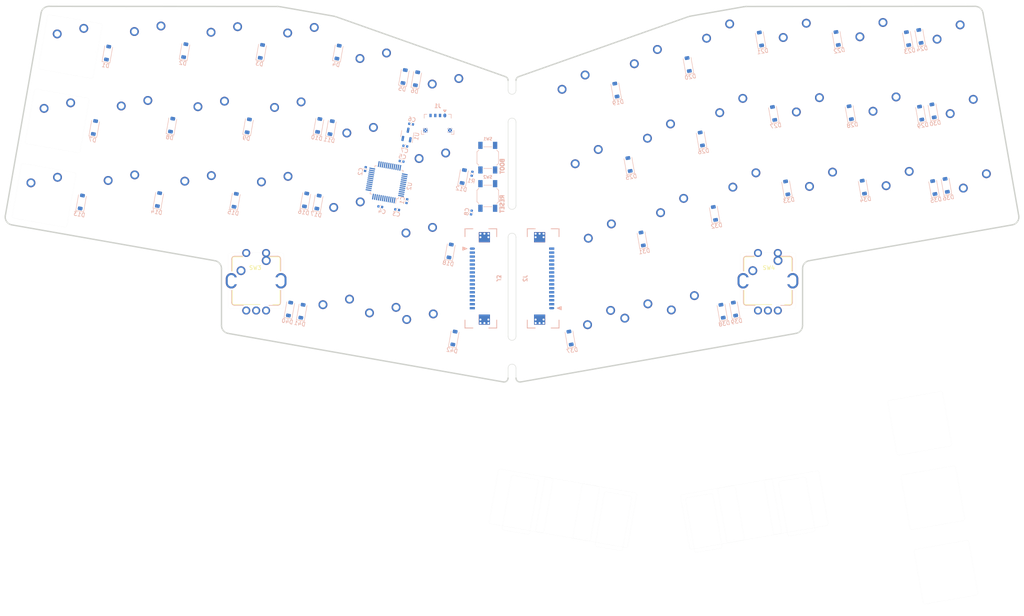
<source format=kicad_pcb>
(kicad_pcb (version 20221018) (generator pcbnew)
  (layers (0 "F.Cu" signal) (31 "B.Cu" signal) (34 "B.Paste" user) (35 "F.Paste" user) (36 "B.SilkS" user "B.Silkscreen") (37 "F.SilkS" user "F.Silkscreen") (38 "B.Mask" user) (39 "F.Mask" user) (44 "Edge.Cuts" user))
  (net 0 "")
  (net 1 "ROW0")
  (net 2 "Net-(D1-A)")
  (net 3 "Net-(D2-A)")
  (net 4 "Net-(D3-A)")
  (net 5 "Net-(D4-A)")
  (net 6 "Net-(D5-A)")
  (net 7 "Net-(D6-A)")
  (net 8 "ROW1")
  (net 9 "Net-(D7-A)")
  (net 10 "Net-(D8-A)")
  (net 11 "Net-(D9-A)")
  (net 12 "Net-(D10-A)")
  (net 13 "Net-(D11-A)")
  (net 14 "Net-(D12-A)")
  (net 15 "ROW2")
  (net 16 "Net-(D13-A)")
  (net 17 "Net-(D14-A)")
  (net 18 "Net-(D15-A)")
  (net 19 "Net-(D16-A)")
  (net 20 "Net-(D17-A)")
  (net 21 "Net-(D18-A)")
  (net 22 "ROW3")
  (net 23 "Net-(D19-A)")
  (net 24 "Net-(D20-A)")
  (net 25 "Net-(D21-A)")
  (net 26 "Net-(D22-A)")
  (net 27 "Net-(D23-A)")
  (net 28 "Net-(D24-A)")
  (net 29 "ROW4")
  (net 30 "Net-(D25-A)")
  (net 31 "Net-(D26-A)")
  (net 32 "Net-(D27-A)")
  (net 33 "Net-(D28-A)")
  (net 34 "Net-(D29-A)")
  (net 35 "Net-(D30-A)")
  (net 36 "ROW5")
  (net 37 "Net-(D31-A)")
  (net 38 "Net-(D32-A)")
  (net 39 "Net-(D33-A)")
  (net 40 "Net-(D34-A)")
  (net 41 "Net-(D35-A)")
  (net 42 "Net-(D36-A)")
  (net 43 "ROW6")
  (net 44 "Net-(D37-A)")
  (net 45 "Net-(D38-A)")
  (net 46 "Net-(D41-A)")
  (net 47 "Net-(D42-A)")
  (net 48 "COL0")
  (net 49 "COL1")
  (net 50 "COL2")
  (net 51 "COL3")
  (net 52 "COL4")
  (net 53 "COL5")
  (net 54 "ENCODER_B")
  (net 55 "ENCODER_A")
  (net 56 "GND")
  (net 57 "+3.3V")
  (net 58 "NRST")
  (net 59 "DATA_N")
  (net 60 "DATA_P")
  (net 61 "BOOTO")
  (net 62 "+5V")
  (net 63 "ENCODER_1S2")
  (net 64 "ENCODER_2S2")
  (net 79 "RGB_LED")
  (footprint "MX_Only:MXOnly-1U-NoLED" (layer "F.Cu") (at 26.71073 34.457764 -10)
    (fp_text reference "SW5")
    (fp_text value "SW_Push")
    (pad "" np_thru_hole circle (at -5.08 0 38.0996) (size 1.75 1.75) (drill 1.75) (layers "*.Cu" "*.Mask"))
    (pad "" np_thru_hole circle (at 0 0 350) (size 3.9878 3.9878) (drill 3.9878) (layers "*.Cu" "*.Mask"))
    (pad "" np_thru_hole circle (at 5.08 0 38.0996) (size 1.75 1.75) (drill 1.75) (layers "*.Cu" "*.Mask"))
    (pad "1" thru_hole circle (at -3.81 -2.54 350) (size 2.25 2.25) (drill 1.47) (layers "*.Cu" "*.Mask") (net 48 "COL0"))
    (pad "2" thru_hole circle (at 2.54 -5.08 350) (size 2.25 2.25) (drill 1.47) (layers "*.Cu" "*.Mask") (net 2 "Net-(D1-A)"))
  )
  (footprint "MX_Only:MXOnly-1U-NoLED" (layer "F.Cu") (at 249.289269 34.457764 10)
    (fp_text reference "SW28")
    (fp_text value "SW_Push")
    (pad "" np_thru_hole circle (at -5.08 0 58.0996) (size 1.75 1.75) (drill 1.75) (layers "*.Cu" "*.Mask"))
    (pad "" np_thru_hole circle (at 0 0 10) (size 3.9878 3.9878) (drill 3.9878) (layers "*.Cu" "*.Mask"))
    (pad "" np_thru_hole circle (at 5.08 0 58.0996) (size 1.75 1.75) (drill 1.75) (layers "*.Cu" "*.Mask"))
    (pad "1" thru_hole circle (at -3.81 -2.54 10) (size 2.25 2.25) (drill 1.47) (layers "*.Cu" "*.Mask") (net 53 "COL5"))
    (pad "2" thru_hole circle (at 2.54 -5.08 10) (size 2.25 2.25) (drill 1.47) (layers "*.Cu" "*.Mask") (net 28 "Net-(D24-A)"))
  )
  (footprint "MX_Only:MXOnly-1U-NoLED" (layer "F.Cu") (at 39.544487 71.378481 -10)
    (fp_text reference "SW18")
    (fp_text value "SW_Push")
    (pad "" np_thru_hole circle (at -5.08 0 38.0996) (size 1.75 1.75) (drill 1.75) (layers "*.Cu" "*.Mask"))
    (pad "" np_thru_hole circle (at 0 0 350) (size 3.9878 3.9878) (drill 3.9878) (layers "*.Cu" "*.Mask"))
    (pad "" np_thru_hole circle (at 5.08 0 38.0996) (size 1.75 1.75) (drill 1.75) (layers "*.Cu" "*.Mask"))
    (pad "1" thru_hole circle (at -3.81 -2.54 350) (size 2.25 2.25) (drill 1.47) (layers "*.Cu" "*.Mask") (net 49 "COL1"))
    (pad "2" thru_hole circle (at 2.54 -5.08 350) (size 2.25 2.25) (drill 1.47) (layers "*.Cu" "*.Mask") (net 17 "Net-(D14-A)"))
  )
  (footprint "MX_Only:MXOnly-1U-NoLED" (layer "F.Cu") (at 46.160487 33.857305 -10)
    (fp_text reference "SW6")
    (fp_text value "SW_Push")
    (pad "" np_thru_hole circle (at -5.08 0 38.0996) (size 1.75 1.75) (drill 1.75) (layers "*.Cu" "*.Mask"))
    (pad "" np_thru_hole circle (at 0 0 350) (size 3.9878 3.9878) (drill 3.9878) (layers "*.Cu" "*.Mask"))
    (pad "" np_thru_hole circle (at 5.08 0 38.0996) (size 1.75 1.75) (drill 1.75) (layers "*.Cu" "*.Mask"))
    (pad "1" thru_hole circle (at -3.81 -2.54 350) (size 2.25 2.25) (drill 1.47) (layers "*.Cu" "*.Mask") (net 49 "COL1"))
    (pad "2" thru_hole circle (at 2.54 -5.08 350) (size 2.25 2.25) (drill 1.47) (layers "*.Cu" "*.Mask") (net 3 "Net-(D2-A)"))
  )
  (footprint "MX_Only:MXOnly-1U-NoLED" (layer "F.Cu") (at 20.094735 71.978938 -10)
    (fp_text reference "SW17")
    (fp_text value "SW_Push")
    (pad "" np_thru_hole circle (at -5.08 0 38.0996) (size 1.75 1.75) (drill 1.75) (layers "*.Cu" "*.Mask"))
    (pad "" np_thru_hole circle (at 0 0 350) (size 3.9878 3.9878) (drill 3.9878) (layers "*.Cu" "*.Mask"))
    (pad "" np_thru_hole circle (at 5.08 0 38.0996) (size 1.75 1.75) (drill 1.75) (layers "*.Cu" "*.Mask"))
    (pad "1" thru_hole circle (at -3.81 -2.54 350) (size 2.25 2.25) (drill 1.47) (layers "*.Cu" "*.Mask") (net 48 "COL0"))
    (pad "2" thru_hole circle (at 2.54 -5.08 350) (size 2.25 2.25) (drill 1.47) (layers "*.Cu" "*.Mask") (net 16 "Net-(D13-A)"))
  )
  (footprint "acheron_MX_PlateSlots:MX125" (layer "F.Cu") (at 161.393346 152.690272 -10)
    (fp_text reference "REF**")
    (fp_text value "MX125")
    (fp_line (start -7 -6.5) (end -7 6.490924) (stroke (width 0.010007)) (layer "Edge.Cuts"))
    (fp_line (start -6.5 -7) (end 6.5 -7) (stroke (width 0.010007)) (layer "Edge.Cuts"))
    (fp_line (start -6.5 6.990924) (end 6.5 7) (stroke (width 0.010007)) (layer "Edge.Cuts"))
    (fp_line (start 7 -6.5) (end 7 6.5) (stroke (width 0.010007)) (layer "Edge.Cuts"))
    (fp_arc (start -7 -6.5) (mid -6.853553 -6.853553) (end -6.5 -7) (stroke (width 0.010007)) (layer "Edge.Cuts"))
    (fp_arc (start -6.5 6.990924) (mid -6.853553 6.844477) (end -7 6.490924) (stroke (width 0.010007)) (layer "Edge.Cuts"))
    (fp_arc (start 6.5 -7) (mid 6.853553 -6.853553) (end 7 -6.5) (stroke (width 0.010007)) (layer "Edge.Cuts"))
    (fp_arc (start 7 6.5) (mid 6.853553 6.853553) (end 6.5 7) (stroke (width 0.010007)) (layer "Edge.Cuts"))
  )
  (footprint "MX_Only:MXOnly-1U-NoLED" (layer "F.Cu") (at 210.527594 34.038539 10)
    (fp_text reference "SW26")
    (fp_text value "SW_Push")
    (pad "" np_thru_hole circle (at -5.08 0 58.0996) (size 1.75 1.75) (drill 1.75) (layers "*.Cu" "*.Mask"))
    (pad "" np_thru_hole circle (at 0 0 10) (size 3.9878 3.9878) (drill 3.9878) (layers "*.Cu" "*.Mask"))
    (pad "" np_thru_hole circle (at 5.08 0 58.0996) (size 1.75 1.75) (drill 1.75) (layers "*.Cu" "*.Mask"))
    (pad "1" thru_hole circle (at -3.81 -2.54 10) (size 2.25 2.25) (drill 1.47) (layers "*.Cu" "*.Mask") (net 51 "COL3"))
    (pad "2" thru_hole circle (at 2.54 -5.08 10) (size 2.25 2.25) (drill 1.47) (layers "*.Cu" "*.Mask") (net 26 "Net-(D22-A)"))
  )
  (footprint "acheron_Hardware:ALPS_EC11E" (layer "F.Cu") (at 73.527311 93.490467)
    (fp_text reference "SW3" (at -0.230361 -3.264598) (layer "F.SilkS"))
    (fp_text value "EC11Ex")
    (pad "A" thru_hole circle (at -2.5 7.5) (size 2.032 2.032) (drill 1.27) (layers "*.Cu" "F.Mask") (net 55 "ENCODER_A"))
    (pad "B" thru_hole circle (at 2.5 7.5) (size 2.032 2.032) (drill 1.27) (layers "*.Cu" "F.Mask") (net 54 "ENCODER_B"))
    (pad "C" thru_hole circle (at 0 7.5) (size 2.032 2.032) (drill 1.27) (layers "*.Cu" "F.Mask") (net 56 "GND"))
    (pad "S" thru_hole oval (at -6.25 0) (size 2.799999 3.9) (drill oval 1.8 2.899999) (layers "*.Cu" "F.Mask"))
    (pad "S" thru_hole oval (at 6.25 0) (size 2.799999 3.9) (drill oval 1.8 2.899999) (layers "*.Cu" "F.Mask"))
    (pad "S1" thru_hole circle (at -2.5 -7) (size 2.032 2.032) (drill 1.27) (layers "*.Cu" "F.Mask") (net 51 "COL3"))
    (pad "S2" thru_hole circle (at 2.5 -7) (size 2.032 2.032) (drill 1.27) (layers "*.Cu" "F.Mask") (net 63 "ENCODER_1S2"))
  )
  (footprint "MX_Only:MXOnly-1U-NoLED" (layer "F.Cu") (at 255.905264 71.978939 10)
    (fp_text reference "SW40")
    (fp_text value "SW_Push")
    (pad "" np_thru_hole circle (at -5.08 0 58.0996) (size 1.75 1.75) (drill 1.75) (layers "*.Cu" "*.Mask"))
    (pad "" np_thru_hole circle (at 0 0 10) (size 3.9878 3.9878) (drill 3.9878) (layers "*.Cu" "*.Mask"))
    (pad "" np_thru_hole circle (at 5.08 0 58.0996) (size 1.75 1.75) (drill 1.75) (layers "*.Cu" "*.Mask"))
    (pad "1" thru_hole circle (at -3.81 -2.54 10) (size 2.25 2.25) (drill 1.47) (layers "*.Cu" "*.Mask") (net 53 "COL5"))
    (pad "2" thru_hole circle (at 2.54 -5.08 10) (size 2.25 2.25) (drill 1.47) (layers "*.Cu" "*.Mask") (net 42 "Net-(D36-A)"))
  )
  (footprint "MX_Only:MXOnly-1U-NoLED" (layer "F.Cu") (at 154.797162 47.089297 10)
    (fp_text reference "SW23")
    (fp_text value "SW_Push")
    (pad "" np_thru_hole circle (at -5.08 0 58.0996) (size 1.75 1.75) (drill 1.75) (layers "*.Cu" "*.Mask"))
    (pad "" np_thru_hole circle (at 0 0 10) (size 3.9878 3.9878) (drill 3.9878) (layers "*.Cu" "*.Mask"))
    (pad "" np_thru_hole circle (at 5.08 0 58.0996) (size 1.75 1.75) (drill 1.75) (layers "*.Cu" "*.Mask"))
    (pad "1" thru_hole circle (at -3.81 -2.54 10) (size 2.25 2.25) (drill 1.47) (layers "*.Cu" "*.Mask") (net 48 "COL0"))
    (pad "2" thru_hole circle (at 2.54 -5.08 10) (size 2.25 2.25) (drill 1.47) (layers "*.Cu" "*.Mask") (net 23 "Net-(D19-A)"))
  )
  (footprint "acheron_MX_PlateSlots:MX100" (layer "F.Cu") (at 20.094735 71.978939 -10)
    (fp_text reference "REF**")
    (fp_text value "MX100")
    (fp_line (start -7 -6.5) (end -7 6.490924) (stroke (width 0.010007)) (layer "Edge.Cuts"))
    (fp_line (start -6.5 -7) (end 6.5 -7) (stroke (width 0.010007)) (layer "Edge.Cuts"))
    (fp_line (start -6.5 6.990924) (end 6.5 7) (stroke (width 0.010007)) (layer "Edge.Cuts"))
    (fp_line (start 7 -6.5) (end 7 6.5) (stroke (width 0.010007)) (layer "Edge.Cuts"))
    (fp_arc (start -7 -6.5) (mid -6.853553 -6.853553) (end -6.5 -7) (stroke (width 0.010007)) (layer "Edge.Cuts"))
    (fp_arc (start -6.5 6.990924) (mid -6.853553 6.844477) (end -7 6.490924) (stroke (width 0.010007)) (layer "Edge.Cuts"))
    (fp_arc (start 6.5 -7) (mid 6.853553 -6.853553) (end 7 -6.5) (stroke (width 0.010007)) (layer "Edge.Cuts"))
    (fp_arc (start 7 6.5) (mid 6.853553 6.853553) (end 6.5 7) (stroke (width 0.010007)) (layer "Edge.Cuts"))
  )
  (footprint "MX_Only:MXOnly-1U-NoLED" (layer "F.Cu") (at 42.852487 52.617892 -10)
    (fp_text reference "SW12")
    (fp_text value "SW_Push")
    (pad "" np_thru_hole circle (at -5.08 0 38.0996) (size 1.75 1.75) (drill 1.75) (layers "*.Cu" "*.Mask"))
    (pad "" np_thru_hole circle (at 0 0 350) (size 3.9878 3.9878) (drill 3.9878) (layers "*.Cu" "*.Mask"))
    (pad "" np_thru_hole circle (at 5.08 0 38.0996) (size 1.75 1.75) (drill 1.75) (layers "*.Cu" "*.Mask"))
    (pad "1" thru_hole circle (at -3.81 -2.54 350) (size 2.25 2.25) (drill 1.47) (layers "*.Cu" "*.Mask") (net 49 "COL1"))
    (pad "2" thru_hole circle (at 2.54 -5.08 350) (size 2.25 2.25) (drill 1.47) (layers "*.Cu" "*.Mask") (net 10 "Net-(D8-A)"))
  )
  (footprint "MX_Only:MXOnly-1U-NoLED" (layer "F.Cu") (at 58.856409 71.559713 -10)
    (fp_text reference "SW19")
    (fp_text value "SW_Push")
    (pad "" np_thru_hole circle (at -5.08 0 38.0996) (size 1.75 1.75) (drill 1.75) (layers "*.Cu" "*.Mask"))
    (pad "" np_thru_hole circle (at 0 0 350) (size 3.9878 3.9878) (drill 3.9878) (layers "*.Cu" "*.Mask"))
    (pad "" np_thru_hole circle (at 5.08 0 38.0996) (size 1.75 1.75) (drill 1.75) (layers "*.Cu" "*.Mask"))
    (pad "1" thru_hole circle (at -3.81 -2.54 350) (size 2.25 2.25) (drill 1.47) (layers "*.Cu" "*.Mask") (net 50 "COL2"))
    (pad "2" thru_hole circle (at 2.54 -5.08 350) (size 2.25 2.25) (drill 1.47) (layers "*.Cu" "*.Mask") (net 18 "Net-(D15-A)"))
  )
  (footprint "acheron_Hardware:MouseBite_IPC7351" (layer "F.Cu") (at 139.5 111.75 90)
    (fp_text reference "H1" hide)
    (fp_text value "MountingHole" hide)
    (pad "" np_thru_hole circle (at -2.5 0 90) (size 0.8 0.8) (drill 0.8) (layers "*.Cu" "*.Mask"))
    (pad "" np_thru_hole circle (at -1.25 0 90) (size 0.8 0.8) (drill 0.8) (layers "*.Cu" "*.Mask"))
    (pad "" np_thru_hole circle (at 0 0 90) (size 0.8 0.8) (drill 0.8) (layers "*.Cu" "*.Mask"))
    (pad "" np_thru_hole circle (at 1.25 0 90) (size 0.8 0.8) (drill 0.8) (layers "*.Cu" "*.Mask"))
    (pad "" np_thru_hole circle (at 2.5 0 90) (size 0.8 0.8) (drill 0.8) (layers "*.Cu" "*.Mask"))
  )
  (footprint "MX_Only:MXOnly-2.25U-ReversedStabilizers-NoLED" (layer "F.Cu") (at 105.393504 104.751301 -10)
    (fp_text reference "SW44")
    (fp_text value "SW_Push")
    (pad "" np_thru_hole circle (at -11.90625 -8.255 350) (size 3.9878 3.9878) (drill 3.9878) (layers "*.Cu" "*.Mask"))
    (pad "" np_thru_hole circle (at -11.90625 6.985 350) (size 3.048 3.048) (drill 3.048) (layers "*.Cu" "*.Mask"))
    (pad "" np_thru_hole circle (at -5.08 0 38.0996) (size 1.75 1.75) (drill 1.75) (layers "*.Cu" "*.Mask"))
    (pad "" np_thru_hole circle (at 0 0 350) (size 3.9878 3.9878) (drill 3.9878) (layers "*.Cu" "*.Mask"))
    (pad "" np_thru_hole circle (at 5.08 0 38.0996) (size 1.75 1.75) (drill 1.75) (layers "*.Cu" "*.Mask"))
    (pad "" np_thru_hole circle (at 11.90625 -8.255 350) (size 3.9878 3.9878) (drill 3.9878) (layers "*.Cu" "*.Mask"))
    (pad "" np_thru_hole circle (at 11.90625 6.985 350) (size 3.048 3.048) (drill 3.048) (layers "*.Cu" "*.Mask"))
    (pad "1" thru_hole circle (at -3.81 -2.54 350) (size 2.25 2.25) (drill 1.47) (layers "*.Cu" "*.Mask") (net 53 "COL5"))
    (pad "2" thru_hole circle (at 2.54 -5.08 350) (size 2.25 2.25) (drill 1.47) (layers "*.Cu" "*.Mask") (net 47 "Net-(D42-A)"))
  )
  (footprint "acheron_Hardware:MouseBite_IPC7351" (layer "F.Cu") (at 136.5 111.5 90)
    (fp_text reference "H2" hide)
    (fp_text value "MountingHole" hide)
    (pad "" np_thru_hole circle (at -2.5 0 90) (size 0.8 0.8) (drill 0.8) (layers "*.Cu" "*.Mask"))
    (pad "" np_thru_hole circle (at -1.25 0 90) (size 0.8 0.8) (drill 0.8) (layers "*.Cu" "*.Mask"))
    (pad "" np_thru_hole circle (at 0 0 90) (size 0.8 0.8) (drill 0.8) (layers "*.Cu" "*.Mask"))
    (pad "" np_thru_hole circle (at 1.25 0 90) (size 0.8 0.8) (drill 0.8) (layers "*.Cu" "*.Mask"))
    (pad "" np_thru_hole circle (at 2.5 0 90) (size 0.8 0.8) (drill 0.8) (layers "*.Cu" "*.Mask"))
  )
  (footprint "MX_Only:MXOnly-1U-NoLED" (layer "F.Cu") (at 176.314417 59.415122 10)
    (fp_text reference "SW30")
    (fp_text value "SW_Push")
    (pad "" np_thru_hole circle (at -5.08 0 58.0996) (size 1.75 1.75) (drill 1.75) (layers "*.Cu" "*.Mask"))
    (pad "" np_thru_hole circle (at 0 0 10) (size 3.9878 3.9878) (drill 3.9878) (layers "*.Cu" "*.Mask"))
    (pad "" np_thru_hole circle (at 5.08 0 58.0996) (size 1.75 1.75) (drill 1.75) (layers "*.Cu" "*.Mask"))
    (pad "1" thru_hole circle (at -3.81 -2.54 10) (size 2.25 2.25) (drill 1.47) (layers "*.Cu" "*.Mask") (net 49 "COL1"))
    (pad "2" thru_hole circle (at 2.54 -5.08 10) (size 2.25 2.25) (drill 1.47) (layers "*.Cu" "*.Mask") (net 31 "Net-(D26-A)"))
  )
  (footprint "MX_Only:MXOnly-1U-NoLED" (layer "F.Cu") (at 229.839513 33.857306 10)
    (fp_text reference "SW27")
    (fp_text value "SW_Push")
    (pad "" np_thru_hole circle (at -5.08 0 58.0996) (size 1.75 1.75) (drill 1.75) (layers "*.Cu" "*.Mask"))
    (pad "" np_thru_hole circle (at 0 0 10) (size 3.9878 3.9878) (drill 3.9878) (layers "*.Cu" "*.Mask"))
    (pad "" np_thru_hole circle (at 5.08 0 58.0996) (size 1.75 1.75) (drill 1.75) (layers "*.Cu" "*.Mask"))
    (pad "1" thru_hole circle (at -3.81 -2.54 10) (size 2.25 2.25) (drill 1.47) (layers "*.Cu" "*.Mask") (net 52 "COL4"))
    (pad "2" thru_hole circle (at 2.54 -5.08 10) (size 2.25 2.25) (drill 1.47) (layers "*.Cu" "*.Mask") (net 27 "Net-(D23-A)"))
  )
  (footprint "acheron_MX_PlateSlots:MX100" (layer "F.Cu") (at 140.287685 148.968775 -10)
    (fp_text reference "REF**")
    (fp_text value "MX100")
    (fp_line (start -7 -6.5) (end -7 6.490924) (stroke (width 0.010007)) (layer "Edge.Cuts"))
    (fp_line (start -6.5 -7) (end 6.5 -7) (stroke (width 0.010007)) (layer "Edge.Cuts"))
    (fp_line (start -6.5 6.990924) (end 6.5 7) (stroke (width 0.010007)) (layer "Edge.Cuts"))
    (fp_line (start 7 -6.5) (end 7 6.5) (stroke (width 0.010007)) (layer "Edge.Cuts"))
    (fp_arc (start -7 -6.5) (mid -6.853553 -6.853553) (end -6.5 -7) (stroke (width 0.010007)) (layer "Edge.Cuts"))
    (fp_arc (start -6.5 6.990924) (mid -6.853553 6.844477) (end -7 6.490924) (stroke (width 0.010007)) (layer "Edge.Cuts"))
    (fp_arc (start 6.5 -7) (mid 6.853553 -6.853553) (end 7 -6.5) (stroke (width 0.010007)) (layer "Edge.Cuts"))
    (fp_arc (start 7 6.5) (mid 6.853553 6.853553) (end 6.5 7) (stroke (width 0.010007)) (layer "Edge.Cuts"))
  )
  (footprint "acheron_Hardware:MouseBite_IPC7351" (layer "F.Cu") (at 139.5 49.5 90)
    (fp_text reference "H3" hide)
    (fp_text value "MountingHole" hide)
    (pad "" np_thru_hole circle (at -2.5 0 90) (size 0.8 0.8) (drill 0.8) (layers "*.Cu" "*.Mask"))
    (pad "" np_thru_hole circle (at -1.25 0 90) (size 0.8 0.8) (drill 0.8) (layers "*.Cu" "*.Mask"))
    (pad "" np_thru_hole circle (at 0 0 90) (size 0.8 0.8) (drill 0.8) (layers "*.Cu" "*.Mask"))
    (pad "" np_thru_hole circle (at 1.25 0 90) (size 0.8 0.8) (drill 0.8) (layers "*.Cu" "*.Mask"))
    (pad "" np_thru_hole circle (at 2.5 0 90) (size 0.8 0.8) (drill 0.8) (layers "*.Cu" "*.Mask"))
  )
  (footprint "MX_Only:MXOnly-1U-NoLED" (layer "F.Cu") (at 213.83559 52.799127 10)
    (fp_text reference "SW32")
    (fp_text value "SW_Push")
    (pad "" np_thru_hole circle (at -5.08 0 58.0996) (size 1.75 1.75) (drill 1.75) (layers "*.Cu" "*.Mask"))
    (pad "" np_thru_hole circle (at 0 0 10) (size 3.9878 3.9878) (drill 3.9878) (layers "*.Cu" "*.Mask"))
    (pad "" np_thru_hole circle (at 5.08 0 58.0996) (size 1.75 1.75) (drill 1.75) (layers "*.Cu" "*.Mask"))
    (pad "1" thru_hole circle (at -3.81 -2.54 10) (size 2.25 2.25) (drill 1.47) (layers "*.Cu" "*.Mask") (net 51 "COL3"))
    (pad "2" thru_hole circle (at 2.54 -5.08 10) (size 2.25 2.25) (drill 1.47) (layers "*.Cu" "*.Mask") (net 33 "Net-(D28-A)"))
  )
  (footprint "MX_Only:MXOnly-1U-NoLED" (layer "F.Cu") (at 191.215674 34.219772 10)
    (fp_text reference "SW25")
    (fp_text value "SW_Push")
    (pad "" np_thru_hole circle (at -5.08 0 58.0996) (size 1.75 1.75) (drill 1.75) (layers "*.Cu" "*.Mask"))
    (pad "" np_thru_hole circle (at 0 0 10) (size 3.9878 3.9878) (drill 3.9878) (layers "*.Cu" "*.Mask"))
    (pad "" np_thru_hole circle (at 5.08 0 58.0996) (size 1.75 1.75) (drill 1.75) (layers "*.Cu" "*.Mask"))
    (pad "1" thru_hole circle (at -3.81 -2.54 10) (size 2.25 2.25) (drill 1.47) (layers "*.Cu" "*.Mask") (net 50 "COL2"))
    (pad "2" thru_hole circle (at 2.54 -5.08 10) (size 2.25 2.25) (drill 1.47) (layers "*.Cu" "*.Mask") (net 25 "Net-(D21-A)"))
  )
  (footprint "MX_Only:MXOnly-1U-NoLED" (layer "F.Cu") (at 173.006417 40.654535 10)
    (fp_text reference "SW24")
    (fp_text value "SW_Push")
    (pad "" np_thru_hole circle (at -5.08 0 58.0996) (size 1.75 1.75) (drill 1.75) (layers "*.Cu" "*.Mask"))
    (pad "" np_thru_hole circle (at 0 0 10) (size 3.9878 3.9878) (drill 3.9878) (layers "*.Cu" "*.Mask"))
    (pad "" np_thru_hole circle (at 5.08 0 58.0996) (size 1.75 1.75) (drill 1.75) (layers "*.Cu" "*.Mask"))
    (pad "1" thru_hole circle (at -3.81 -2.54 10) (size 2.25 2.25) (drill 1.47) (layers "*.Cu" "*.Mask") (net 49 "COL1"))
    (pad "2" thru_hole circle (at 2.54 -5.08 10) (size 2.25 2.25) (drill 1.47) (layers "*.Cu" "*.Mask") (net 24 "Net-(D20-A)"))
  )
  (footprint "MX_Only:MXOnly-2.25U-ReversedStabilizers-NoLED" (layer "F.Cu") (at 170.606495 104.751301 10)
    (fp_text reference "SW43")
    (fp_text value "SW_Push")
    (pad "" np_thru_hole circle (at -11.90625 -8.255 10) (size 3.9878 3.9878) (drill 3.9878) (layers "*.Cu" "*.Mask"))
    (pad "" np_thru_hole circle (at -11.90625 6.985 10) (size 3.048 3.048) (drill 3.048) (layers "*.Cu" "*.Mask"))
    (pad "" np_thru_hole circle (at -5.08 0 58.0996) (size 1.75 1.75) (drill 1.75) (layers "*.Cu" "*.Mask"))
    (pad "" np_thru_hole circle (at 0 0 10) (size 3.9878 3.9878) (drill 3.9878) (layers "*.Cu" "*.Mask"))
    (pad "" np_thru_hole circle (at 5.08 0 58.0996) (size 1.75 1.75) (drill 1.75) (layers "*.Cu" "*.Mask"))
    (pad "" np_thru_hole circle (at 11.90625 -8.255 10) (size 3.9878 3.9878) (drill 3.9878) (layers "*.Cu" "*.Mask"))
    (pad "" np_thru_hole circle (at 11.90625 6.985 10) (size 3.048 3.048) (drill 3.048) (layers "*.Cu" "*.Mask"))
    (pad "1" thru_hole circle (at -3.81 -2.54 10) (size 2.25 2.25) (drill 1.47) (layers "*.Cu" "*.Mask") (net 48 "COL0"))
    (pad "2" thru_hole circle (at 2.54 -5.08 10) (size 2.25 2.25) (drill 1.47) (layers "*.Cu" "*.Mask") (net 44 "Net-(D37-A)"))
  )
  (footprint "MX_Only:MXOnly-1U-NoLED" (layer "F.Cu") (at 102.993583 40.654535 -10)
    (fp_text reference "SW9")
    (fp_text value "SW_Push")
    (pad "" np_thru_hole circle (at -5.08 0 38.0996) (size 1.75 1.75) (drill 1.75) (layers "*.Cu" "*.Mask"))
    (pad "" np_thru_hole circle (at 0 0 350) (size 3.9878 3.9878) (drill 3.9878) (layers "*.Cu" "*.Mask"))
    (pad "" np_thru_hole circle (at 5.08 0 38.0996) (size 1.75 1.75) (drill 1.75) (layers "*.Cu" "*.Mask"))
    (pad "1" thru_hole circle (at -3.81 -2.54 350) (size 2.25 2.25) (drill 1.47) (layers "*.Cu" "*.Mask") (net 52 "COL4"))
    (pad "2" thru_hole circle (at 2.54 -5.08 350) (size 2.25 2.25) (drill 1.47) (layers "*.Cu" "*.Mask") (net 6 "Net-(D5-A)"))
  )
  (footprint "MX_Only:MXOnly-1.25U-NoLED" (layer "F.Cu") (at 114.773798 106.4053 -10)
    (fp_text reference "SW42")
    (fp_text value "SW_Push")
    (pad "" np_thru_hole circle (at -5.08 0 38.0996) (size 1.75 1.75) (drill 1.75) (layers "*.Cu" "*.Mask"))
    (pad "" np_thru_hole circle (at 0 0 350) (size 3.9878 3.9878) (drill 3.9878) (layers "*.Cu" "*.Mask"))
    (pad "" np_thru_hole circle (at 5.08 0 38.0996) (size 1.75 1.75) (drill 1.75) (layers "*.Cu" "*.Mask"))
    (pad "1" thru_hole circle (at -3.81 -2.54 350) (size 2.25 2.25) (drill 1.47) (layers "*.Cu" "*.Mask") (net 53 "COL5"))
    (pad "2" thru_hole circle (at 2.54 -5.08 350) (size 2.25 2.25) (drill 1.47) (layers "*.Cu" "*.Mask") (net 47 "Net-(D42-A)"))
  )
  (footprint "acheron_MX_PlateSlots:MX100" (layer "F.Cu") (at 244.034852 148.162837 10)
    (fp_text reference "REF**")
    (fp_text value "MX100")
    (fp_line (start -7 -6.5) (end -7 6.490924) (stroke (width 0.010007)) (layer "Edge.Cuts"))
    (fp_line (start -6.5 -7) (end 6.5 -7) (stroke (width 0.010007)) (layer "Edge.Cuts"))
    (fp_line (start -6.5 6.990924) (end 6.5 7) (stroke (width 0.010007)) (layer "Edge.Cuts"))
    (fp_line (start 7 -6.5) (end 7 6.5) (stroke (width 0.010007)) (layer "Edge.Cuts"))
    (fp_arc (start -7 -6.5) (mid -6.853553 -6.853553) (end -6.5 -7) (stroke (width 0.010007)) (layer "Edge.Cuts"))
    (fp_arc (start -6.5 6.990924) (mid -6.853553 6.844478) (end -7 6.490924) (stroke (width 0.010007)) (layer "Edge.Cuts"))
    (fp_arc (start 6.5 -7) (mid 6.853553 -6.853553) (end 7 -6.5) (stroke (width 0.010007)) (layer "Edge.Cuts"))
    (fp_arc (start 7 6.5) (mid 6.853553 6.853553) (end 6.5 7) (stroke (width 0.010007)) (layer "Edge.Cuts"))
  )
  (footprint "MX_Only:MXOnly-1U-NoLED" (layer "F.Cu") (at 158.10516 65.849885 10)
    (fp_text reference "SW29")
    (fp_text value "SW_Push")
    (pad "" np_thru_hole circle (at -5.08 0 58.0996) (size 1.75 1.75) (drill 1.75) (layers "*.Cu" "*.Mask"))
    (pad "" np_thru_hole circle (at 0 0 10) (size 3.9878 3.9878) (drill 3.9878) (layers "*.Cu" "*.Mask"))
    (pad "" np_thru_hole circle (at 5.08 0 58.0996) (size 1.75 1.75) (drill 1.75) (layers "*.Cu" "*.Mask"))
    (pad "1" thru_hole circle (at -3.81 -2.54 10) (size 2.25 2.25) (drill 1.47) (layers "*.Cu" "*.Mask") (net 48 "COL0"))
    (pad "2" thru_hole circle (at 2.54 -5.08 10) (size 2.25 2.25) (drill 1.47) (layers "*.Cu" "*.Mask") (net 30 "Net-(D25-A)"))
  )
  (footprint "acheron_MX_PlateSlots:MX100" (layer "F.Cu") (at 73.527311 93.490467)
    (fp_text reference "REF**")
    (fp_text value "MX100")
    (fp_line (start -7 -6.5) (end -7 6.490924) (stroke (width 0.010007)) (layer "Edge.Cuts"))
    (fp_line (start -6.5 -7) (end 6.5 -7) (stroke (width 0.010007)) (layer "Edge.Cuts"))
    (fp_line (start -6.5 6.990924) (end 6.5 7) (stroke (width 0.010007)) (layer "Edge.Cuts"))
    (fp_line (start 7 -6.5) (end 7 6.5) (stroke (width 0.010007)) (layer "Edge.Cuts"))
    (fp_arc (start -7 -6.5) (mid -6.853553 -6.853553) (end -6.5 -7) (stroke (width 0.010007)) (layer "Edge.Cuts"))
    (fp_arc (start -6.5 6.990924) (mid -6.853553 6.844477) (end -7 6.490924) (stroke (width 0.010007)) (layer "Edge.Cuts"))
    (fp_arc (start 6.5 -7) (mid 6.853553 -6.853553) (end 7 -6.5) (stroke (width 0.010007)) (layer "Edge.Cuts"))
    (fp_arc (start 7 6.5) (mid 6.853553 6.853553) (end 6.5 7) (stroke (width 0.010007)) (layer "Edge.Cuts"))
  )
  (footprint "acheron_MX_PlateSlots:MX225" (layer "F.Cu") (at 152.013052 151.036273 -10)
    (fp_text reference "REF**")
    (fp_text value "MX225")
    (fp_line (start -15.40625 -5.499992) (end -15.40625 7.500008) (stroke (width 0.010007)) (layer "Edge.Cuts"))
    (fp_line (start -14.90625 -6) (end -8.90625 -5.999992) (stroke (width 0.010007)) (layer "Edge.Cuts"))
    (fp_line (start -14.90625 8.000008) (end -8.90625 8.000008) (stroke (width 0.010007)) (layer "Edge.Cuts"))
    (fp_line (start -8.40625 -5.499992) (end -8.40625 7.5) (stroke (width 0.010007)) (layer "Edge.Cuts"))
    (fp_line (start -7 -6.5) (end -7 6.5) (stroke (width 0.010007)) (layer "Edge.Cuts"))
    (fp_line (start -6.5 -7) (end 6.5 -7) (stroke (width 0.010007)) (layer "Edge.Cuts"))
    (fp_line (start -6.5 7) (end 6.5 7) (stroke (width 0.010007)) (layer "Edge.Cuts"))
    (fp_line (start 6.999672 -6.499992) (end 6.999672 6.500007) (stroke (width 0.010007)) (layer "Edge.Cuts"))
    (fp_line (start 8.40625 -5.499992) (end 8.40625 7.5) (stroke (width 0.010007)) (layer "Edge.Cuts"))
    (fp_line (start 8.90625 -5.999992) (end 14.90625 -5.999992) (stroke (width 0.010007)) (layer "Edge.Cuts"))
    (fp_line (start 8.90625 8.000008) (end 14.90625 8.000008) (stroke (width 0.010007)) (layer "Edge.Cuts"))
    (fp_line (start 15.40625 -5.499992) (end 15.40625 7.500008) (stroke (width 0.010007)) (layer "Edge.Cuts"))
    (fp_arc (start -15.40625 -5.5) (mid -15.259803 -5.853553) (end -14.90625 -6) (stroke (width 0.010007)) (layer "Edge.Cuts"))
    (fp_arc (start -14.90625 8.000008) (mid -15.259803 7.853561) (end -15.40625 7.500008) (stroke (width 0.010007)) (layer "Edge.Cuts"))
    (fp_arc (start -8.90625 -6) (mid -8.552697 -5.853553) (end -8.40625 -5.5) (stroke (width 0.010007)) (layer "Edge.Cuts"))
    (fp_arc (start -8.40625 7.500008) (mid -8.552697 7.853561) (end -8.90625 8.000008) (stroke (width 0.010007)) (layer "Edge.Cuts"))
    (fp_arc (start -7 -6.5) (mid -6.853553 -6.853553) (end -6.5 -7) (stroke (width 0.010007)) (layer "Edge.Cuts"))
    (fp_arc (start -6.5 7) (mid -6.853553 6.853553) (end -7 6.5) (stroke (width 0.010007)) (layer "Edge.Cuts"))
    (fp_arc (start 6.5 -7) (mid 6.853553 -6.853553) (end 7 -6.5) (stroke (width 0.010007)) (layer "Edge.Cuts"))
    (fp_arc (start 6.999672 6.500007) (mid 6.853226 6.85356) (end 6.499672 7.000007) (stroke (width 0.010007)) (layer "Edge.Cuts"))
    (fp_arc (start 8.40625 -5.5) (mid 8.552697 -5.853553) (end 8.90625 -6) (stroke (width 0.010007)) (layer "Edge.Cuts"))
    (fp_arc (start 8.90625 8.000008) (mid 8.552697 7.853561) (end 8.40625 7.500008) (stroke (width 0.010007)) (layer "Edge.Cuts"))
    (fp_arc (start 14.90625 -6) (mid 15.259803 -5.853553) (end 15.40625 -5.5) (stroke (width 0.010007)) (layer "Edge.Cuts"))
    (fp_arc (start 15.40625 7.500008) (mid 15.259803 7.853561) (end 14.90625 8.000008) (stroke (width 0.010007)) (layer "Edge.Cuts"))
  )
  (footprint "MX_Only:MXOnly-1U-NoLED" (layer "F.Cu") (at 93.668135 102.683802 -10)
    (fp_text reference "SW48")
    (fp_text value "SW_Push")
    (pad "" np_thru_hole circle (at -5.08 0 38.0996) (size 1.75 1.75) (drill 1.75) (layers "*.Cu" "*.Mask"))
    (pad "" np_thru_hole circle (at 0 0 350) (size 3.9878 3.9878) (drill 3.9878) (layers "*.Cu" "*.Mask"))
    (pad "" np_thru_hole circle (at 5.08 0 38.0996) (size 1.75 1.75) (drill 1.75) (layers "*.Cu" "*.Mask"))
    (pad "1" thru_hole circle (at -3.81 -2.54 350) (size 2.25 2.25) (drill 1.47) (layers "*.Cu" "*.Mask") (net 52 "COL4"))
    (pad "2" thru_hole circle (at 2.54 -5.08 350) (size 2.25 2.25) (drill 1.47) (layers "*.Cu" "*.Mask") (net 46 "Net-(D41-A)"))
  )
  (footprint "MX_Only:MXOnly-1U-NoLED" (layer "F.Cu") (at 62.16441 52.799127 -10)
    (fp_text reference "SW13")
    (fp_text value "SW_Push")
    (pad "" np_thru_hole circle (at -5.08 0 38.0996) (size 1.75 1.75) (drill 1.75) (layers "*.Cu" "*.Mask"))
    (pad "" np_thru_hole circle (at 0 0 350) (size 3.9878 3.9878) (drill 3.9878) (layers "*.Cu" "*.Mask"))
    (pad "" np_thru_hole circle (at 5.08 0 38.0996) (size 1.75 1.75) (drill 1.75) (layers "*.Cu" "*.Mask"))
    (pad "1" thru_hole circle (at -3.81 -2.54 350) (size 2.25 2.25) (drill 1.47) (layers "*.Cu" "*.Mask") (net 50 "COL2"))
    (pad "2" thru_hole circle (at 2.54 -5.08 350) (size 2.25 2.25) (drill 1.47) (layers "*.Cu" "*.Mask") (net 11 "Net-(D9-A)"))
  )
  (footprint "MX_Only:MXOnly-1U-NoLED" (layer "F.Cu") (at 194.523671 52.98036 10)
    (fp_text reference "SW31")
    (fp_text value "SW_Push")
    (pad "" np_thru_hole circle (at -5.08 0 58.0996) (size 1.75 1.75) (drill 1.75) (layers "*.Cu" "*.Mask"))
    (pad "" np_thru_hole circle (at 0 0 10) (size 3.9878 3.9878) (drill 3.9878) (layers "*.Cu" "*.Mask"))
    (pad "" np_thru_hole circle (at 5.08 0 58.0996) (size 1.75 1.75) (drill 1.75) (layers "*.Cu" "*.Mask"))
    (pad "1" thru_hole circle (at -3.81 -2.54 10) (size 2.25 2.25) (drill 1.47) (layers "*.Cu" "*.Mask") (net 50 "COL2"))
    (pad "2" thru_hole circle (at 2.54 -5.08 10) (size 2.25 2.25) (drill 1.47) (layers "*.Cu" "*.Mask") (net 32 "Net-(D27-A)"))
  )
  (footprint "MX_Only:MXOnly-1U-NoLED" (layer "F.Cu") (at 202.472689 93.490467)
    (fp_text reference "SW46")
    (fp_text value "SW_Push")
    (pad "" np_thru_hole circle (at -5.08 0 48.0996) (size 1.75 1.75) (drill 1.75) (layers "*.Cu" "*.Mask"))
    (pad "" np_thru_hole circle (at 0 0) (size 3.9878 3.9878) (drill 3.9878) (layers "*.Cu" "*.Mask"))
    (pad "" np_thru_hole circle (at 5.08 0 48.0996) (size 1.75 1.75) (drill 1.75) (layers "*.Cu" "*.Mask"))
    (pad "1" thru_hole circle (at -3.81 -2.54) (size 2.25 2.25) (drill 1.47) (layers "*.Cu" "*.Mask") (net 50 "COL2"))
    (pad "2" thru_hole circle (at 2.54 -5.08) (size 2.25 2.25) (drill 1.47) (layers "*.Cu" "*.Mask") (net 64 "ENCODER_2S2"))
  )
  (footprint "MX_Only:MXOnly-1U-NoLED" (layer "F.Cu") (at 236.455511 71.378481 10)
    (fp_text reference "SW39")
    (fp_text value "SW_Push")
    (pad "" np_thru_hole circle (at -5.08 0 58.0996) (size 1.75 1.75) (drill 1.75) (layers "*.Cu" "*.Mask"))
    (pad "" np_thru_hole circle (at 0 0 10) (size 3.9878 3.9878) (drill 3.9878) (layers "*.Cu" "*.Mask"))
    (pad "" np_thru_hole circle (at 5.08 0 58.0996) (size 1.75 1.75) (drill 1.75) (layers "*.Cu" "*.Mask"))
    (pad "1" thru_hole circle (at -3.81 -2.54 10) (size 2.25 2.25) (drill 1.47) (layers "*.Cu" "*.Mask") (net 52 "COL4"))
    (pad "2" thru_hole circle (at 2.54 -5.08 10) (size 2.25 2.25) (drill 1.47) (layers "*.Cu" "*.Mask") (net 41 "Net-(D35-A)"))
  )
  (footprint "acheron_Hardware:MouseBite_IPC7351" (layer "F.Cu") (at 136.5 49.5 90)
    (fp_text reference "H4" hide)
    (fp_text value "MountingHole" hide)
    (pad "" np_thru_hole circle (at -2.5 0 90) (size 0.8 0.8) (drill 0.8) (layers "*.Cu" "*.Mask"))
    (pad "" np_thru_hole circle (at -1.25 0 90) (size 0.8 0.8) (drill 0.8) (layers "*.Cu" "*.Mask"))
    (pad "" np_thru_hole circle (at 0 0 90) (size 0.8 0.8) (drill 0.8) (layers "*.Cu" "*.Mask"))
    (pad "" np_thru_hole circle (at 1.25 0 90) (size 0.8 0.8) (drill 0.8) (layers "*.Cu" "*.Mask"))
    (pad "" np_thru_hole circle (at 2.5 0 90) (size 0.8 0.8) (drill 0.8) (layers "*.Cu" "*.Mask"))
  )
  (footprint "MX_Only:MXOnly-1U-NoLED" (layer "F.Cu") (at 121.202838 47.089298 -10)
    (fp_text reference "SW10")
    (fp_text value "SW_Push")
    (pad "" np_thru_hole circle (at -5.08 0 38.0996) (size 1.75 1.75) (drill 1.75) (layers "*.Cu" "*.Mask"))
    (pad "" np_thru_hole circle (at 0 0 350) (size 3.9878 3.9878) (drill 3.9878) (layers "*.Cu" "*.Mask"))
    (pad "" np_thru_hole circle (at 5.08 0 38.0996) (size 1.75 1.75) (drill 1.75) (layers "*.Cu" "*.Mask"))
    (pad "1" thru_hole circle (at -3.81 -2.54 350) (size 2.25 2.25) (drill 1.47) (layers "*.Cu" "*.Mask") (net 53 "COL5"))
    (pad "2" thru_hole circle (at 2.54 -5.08 350) (size 2.25 2.25) (drill 1.47) (layers "*.Cu" "*.Mask") (net 7 "Net-(D6-A)"))
  )
  (footprint "MX_Only:MXOnly-1U-NoLED" (layer "F.Cu") (at 73.527311 93.490467)
    (fp_text reference "SW47")
    (fp_text value "SW_Push")
    (pad "" np_thru_hole circle (at -5.08 0 48.0996) (size 1.75 1.75) (drill 1.75) (layers "*.Cu" "*.Mask"))
    (pad "" np_thru_hole circle (at 0 0) (size 3.9878 3.9878) (drill 3.9878) (layers "*.Cu" "*.Mask"))
    (pad "" np_thru_hole circle (at 5.08 0 48.0996) (size 1.75 1.75) (drill 1.75) (layers "*.Cu" "*.Mask"))
    (pad "1" thru_hole circle (at -3.81 -2.54) (size 2.25 2.25) (drill 1.47) (layers "*.Cu" "*.Mask") (net 51 "COL3"))
    (pad "2" thru_hole circle (at 2.54 -5.08) (size 2.25 2.25) (drill 1.47) (layers "*.Cu" "*.Mask") (net 63 "ENCODER_1S2"))
  )
  (footprint "acheron_MX_PlateSlots:MX100" (layer "F.Cu") (at 240.726854 129.402249 10)
    (fp_text reference "REF**")
    (fp_text value "MX100")
    (fp_line (start -7 -6.5) (end -7 6.490924) (stroke (width 0.010007)) (layer "Edge.Cuts"))
    (fp_line (start -6.5 -7) (end 6.5 -7) (stroke (width 0.010007)) (layer "Edge.Cuts"))
    (fp_line (start -6.5 6.990924) (end 6.5 7) (stroke (width 0.010007)) (layer "Edge.Cuts"))
    (fp_line (start 7 -6.5) (end 7 6.5) (stroke (width 0.010007)) (layer "Edge.Cuts"))
    (fp_arc (start -7 -6.5) (mid -6.853553 -6.853553) (end -6.5 -7) (stroke (width 0.010007)) (layer "Edge.Cuts"))
    (fp_arc (start -6.5 6.990924) (mid -6.853553 6.844478) (end -7 6.490924) (stroke (width 0.010007)) (layer "Edge.Cuts"))
    (fp_arc (start 6.5 -7) (mid 6.853553 -6.853553) (end 7 -6.5) (stroke (width 0.010007)) (layer "Edge.Cuts"))
    (fp_arc (start 7 6.5) (mid 6.853553 6.853553) (end 6.5 7) (stroke (width 0.010007)) (layer "Edge.Cuts"))
  )
  (footprint "MX_Only:MXOnly-1U-NoLED" (layer "F.Cu") (at 78.168332 71.740948 -10)
    (fp_text reference "SW20")
    (fp_text value "SW_Push")
    (pad "" np_thru_hole circle (at -5.08 0 38.0996) (size 1.75 1.75) (drill 1.75) (layers "*.Cu" "*.Mask"))
    (pad "" np_thru_hole circle (at 0 0 350) (size 3.9878 3.9878) (drill 3.9878) (layers "*.Cu" "*.Mask"))
    (pad "" np_thru_hole circle (at 5.08 0 38.0996) (size 1.75 1.75) (drill 1.75) (layers "*.Cu" "*.Mask"))
    (pad "1" thru_hole circle (at -3.81 -2.54 350) (size 2.25 2.25) (drill 1.47) (layers "*.Cu" "*.Mask") (net 51 "COL3"))
    (pad "2" thru_hole circle (at 2.54 -5.08 350) (size 2.25 2.25) (drill 1.47) (layers "*.Cu" "*.Mask") (net 19 "Net-(D16-A)"))
  )
  (footprint "MX_Only:MXOnly-1U-NoLED" (layer "F.Cu") (at 23.402732 53.218352 -10)
    (fp_text reference "SW11")
    (fp_text value "SW_Push")
    (pad "" np_thru_hole circle (at -5.08 0 38.0996) (size 1.75 1.75) (drill 1.75) (layers "*.Cu" "*.Mask"))
    (pad "" np_thru_hole circle (at 0 0 350) (size 3.9878 3.9878) (drill 3.9878) (layers "*.Cu" "*.Mask"))
    (pad "" np_thru_hole circle (at 5.08 0 38.0996) (size 1.75 1.75) (drill 1.75) (layers "*.Cu" "*.Mask"))
    (pad "1" thru_hole circle (at -3.81 -2.54 350) (size 2.25 2.25) (drill 1.47) (layers "*.Cu" "*.Mask") (net 48 "COL0"))
    (pad "2" thru_hole circle (at 2.54 -5.08 350) (size 2.25 2.25) (drill 1.47) (layers "*.Cu" "*.Mask") (net 9 "Net-(D7-A)"))
  )
  (footprint "MX_Only:MXOnly-1U-NoLED" (layer "F.Cu") (at 217.14359 71.559714 10)
    (fp_text reference "SW38")
    (fp_text value "SW_Push")
    (pad "" np_thru_hole circle (at -5.08 0 58.0996) (size 1.75 1.75) (drill 1.75) (layers "*.Cu" "*.Mask"))
    (pad "" np_thru_hole circle (at 0 0 10) (size 3.9878 3.9878) (drill 3.9878) (layers "*.Cu" "*.Mask"))
    (pad "" np_thru_hole circle (at 5.08 0 58.0996) (size 1.75 1.75) (drill 1.75) (layers "*.Cu" "*.Mask"))
    (pad "1" thru_hole circle (at -3.81 -2.54 10) (size 2.25 2.25) (drill 1.47) (layers "*.Cu" "*.Mask") (net 51 "COL3"))
    (pad "2" thru_hole circle (at 2.54 -5.08 10) (size 2.25 2.25) (drill 1.47) (layers "*.Cu" "*.Mask") (net 40 "Net-(D34-A)"))
  )
  (footprint "acheron_MX_PlateSlots:MX100" (layer "F.Cu") (at 247.34285 166.923424 10)
    (fp_text reference "REF**")
    (fp_text value "MX100")
    (fp_line (start -7 -6.5) (end -7 6.490924) (stroke (width 0.010007)) (layer "Edge.Cuts"))
    (fp_line (start -6.5 -7) (end 6.5 -7) (stroke (width 0.010007)) (layer "Edge.Cuts"))
    (fp_line (start -6.5 6.990924) (end 6.5 7) (stroke (width 0.010007)) (layer "Edge.Cuts"))
    (fp_line (start 7 -6.5) (end 7 6.5) (stroke (width 0.010007)) (layer "Edge.Cuts"))
    (fp_arc (start -7 -6.5) (mid -6.853553 -6.853553) (end -6.5 -7) (stroke (width 0.010007)) (layer "Edge.Cuts"))
    (fp_arc (start -6.5 6.990924) (mid -6.853553 6.844478) (end -7 6.490924) (stroke (width 0.010007)) (layer "Edge.Cuts"))
    (fp_arc (start 6.5 -7) (mid 6.853553 -6.853553) (end 7 -6.5) (stroke (width 0.010007)) (layer "Edge.Cuts"))
    (fp_arc (start 7 6.5) (mid 6.853553 6.853553) (end 6.5 7) (stroke (width 0.010007)) (layer "Edge.Cuts"))
  )
  (footprint "acheron_MX_PlateSlots:MX100" (layer "F.Cu") (at 209.595133 149.399519 10)
    (fp_text reference "REF**")
    (fp_text value "MX100")
    (fp_line (start -7 -6.5) (end -7 6.490924) (stroke (width 0.010007)) (layer "Edge.Cuts"))
    (fp_line (start -6.5 -7) (end 6.5 -7) (stroke (width 0.010007)) (layer "Edge.Cuts"))
    (fp_line (start -6.5 6.990924) (end 6.5 7) (stroke (width 0.010007)) (layer "Edge.Cuts"))
    (fp_line (start 7 -6.5) (end 7 6.5) (stroke (width 0.010007)) (layer "Edge.Cuts"))
    (fp_arc (start -7 -6.5) (mid -6.853553 -6.853553) (end -6.5 -7) (stroke (width 0.010007)) (layer "Edge.Cuts"))
    (fp_arc (start -6.5 6.990924) (mid -6.853553 6.844478) (end -7 6.490924) (stroke (width 0.010007)) (layer "Edge.Cuts"))
    (fp_arc (start 6.5 -7) (mid 6.853553 -6.853553) (end 7 -6.5) (stroke (width 0.010007)) (layer "Edge.Cuts"))
    (fp_arc (start 7 6.5) (mid 6.853553 6.853553) (end 6.5 7) (stroke (width 0.010007)) (layer "Edge.Cuts"))
  )
  (footprint "MX_Only:MXOnly-1U-NoLED" (layer "F.Cu") (at 65.472405 34.038539 -10)
    (fp_text reference "SW7")
    (fp_text value "SW_Push")
    (pad "" np_thru_hole circle (at -5.08 0 38.0996) (size 1.75 1.75) (drill 1.75) (layers "*.Cu" "*.Mask"))
    (pad "" np_thru_hole circle (at 0 0 350) (size 3.9878 3.9878) (drill 3.9878) (layers "*.Cu" "*.Mask"))
    (pad "" np_thru_hole circle (at 5.08 0 38.0996) (size 1.75 1.75) (drill 1.75) (layers "*.Cu" "*.Mask"))
    (pad "1" thru_hole circle (at -3.81 -2.54 350) (size 2.25 2.25) (drill 1.47) (layers "*.Cu" "*.Mask") (net 50 "COL2"))
    (pad "2" thru_hole circle (at 2.54 -5.08 350) (size 2.25 2.25) (drill 1.47) (layers "*.Cu" "*.Mask") (net 4 "Net-(D3-A)"))
  )
  (footprint "MX_Only:MXOnly-1U-NoLED" (layer "F.Cu") (at 252.597267 53.218352 10)
    (fp_text reference "SW34")
    (fp_text value "SW_Push")
    (pad "" np_thru_hole circle (at -5.08 0 58.0996) (size 1.75 1.75) (drill 1.75) (layers "*.Cu" "*.Mask"))
    (pad "" np_thru_hole circle (at 0 0 10) (size 3.9878 3.9878) (drill 3.9878) (layers "*.Cu" "*.Mask"))
    (pad "" np_thru_hole circle (at 5.08 0 58.0996) (size 1.75 1.75) (drill 1.75) (layers "*.Cu" "*.Mask"))
    (pad "1" thru_hole circle (at -3.81 -2.54 10) (size 2.25 2.25) (drill 1.47) (layers "*.Cu" "*.Mask") (net 53 "COL5"))
    (pad "2" thru_hole circle (at 2.54 -5.08 10) (size 2.25 2.25) (drill 1.47) (layers "*.Cu" "*.Mask") (net 35 "Net-(D30-A)"))
  )
  (footprint "acheron_MX_PlateSlots:MX100" (layer "F.Cu") (at 202.472689 93.490467)
    (fp_text reference "REF**")
    (fp_text value "MX100")
    (fp_line (start -7 -6.5) (end -7 6.490924) (stroke (width 0.010007)) (layer "Edge.Cuts"))
    (fp_line (start -6.5 -7) (end 6.5 -7) (stroke (width 0.010007)) (layer "Edge.Cuts"))
    (fp_line (start -6.5 6.990924) (end 6.5 7) (stroke (width 0.010007)) (layer "Edge.Cuts"))
    (fp_line (start 7 -6.5) (end 7 6.5) (stroke (width 0.010007)) (layer "Edge.Cuts"))
    (fp_arc (start -7 -6.5) (mid -6.853553 -6.853553) (end -6.5 -7) (stroke (width 0.010007)) (layer "Edge.Cuts"))
    (fp_arc (start -6.5 6.990924) (mid -6.853553 6.844477) (end -7 6.490924) (stroke (width 0.010007)) (layer "Edge.Cuts"))
    (fp_arc (start 6.5 -7) (mid 6.853553 -6.853553) (end 7 -6.5) (stroke (width 0.010007)) (layer "Edge.Cuts"))
    (fp_arc (start 7 6.5) (mid 6.853553 6.853553) (end 6.5 7) (stroke (width 0.010007)) (layer "Edge.Cuts"))
  )
  (footprint "acheron_Hardware:MouseBite_IPC7351" (layer "F.Cu") (at 136.5 78.5 90)
    (fp_text reference "H6" hide)
    (fp_text value "MountingHole" hide)
    (pad "" np_thru_hole circle (at -2.5 0 90) (size 0.8 0.8) (drill 0.8) (layers "*.Cu" "*.Mask"))
    (pad "" np_thru_hole circle (at -1.25 0 90) (size 0.8 0.8) (drill 0.8) (layers "*.Cu" "*.Mask"))
    (pad "" np_thru_hole circle (at 0 0 90) (size 0.8 0.8) (drill 0.8) (layers "*.Cu" "*.Mask"))
    (pad "" np_thru_hole circle (at 1.25 0 90) (size 0.8 0.8) (drill 0.8) (layers "*.Cu" "*.Mask"))
    (pad "" np_thru_hole circle (at 2.5 0 90) (size 0.8 0.8) (drill 0.8) (layers "*.Cu" "*.Mask"))
  )
  (footprint "MX_Only:MXOnly-1U-NoLED" (layer "F.Cu") (at 96.377585 78.17571 -10)
    (fp_text reference "SW21")
    (fp_text value "SW_Push")
    (pad "" np_thru_hole circle (at -5.08 0 38.0996) (size 1.75 1.75) (drill 1.75) (layers "*.Cu" "*.Mask"))
    (pad "" np_thru_hole circle (at 0 0 350) (size 3.9878 3.9878) (drill 3.9878) (layers "*.Cu" "*.Mask"))
    (pad "" np_thru_hole circle (at 5.08 0 38.0996) (size 1.75 1.75) (drill 1.75) (layers "*.Cu" "*.Mask"))
    (pad "1" thru_hole circle (at -3.81 -2.54 350) (size 2.25 2.25) (drill 1.47) (layers "*.Cu" "*.Mask") (net 52 "COL4"))
    (pad "2" thru_hole circle (at 2.54 -5.08 350) (size 2.25 2.25) (drill 1.47) (layers "*.Cu" "*.Mask") (net 20 "Net-(D17-A)"))
  )
  (footprint "MX_Only:MXOnly-1.25U-NoLED" (layer "F.Cu") (at 161.226201 106.4053 10)
    (fp_text reference "SW41")
    (fp_text value "SW_Push")
    (pad "" np_thru_hole circle (at -5.08 0 58.0996) (size 1.75 1.75) (drill 1.75) (layers "*.Cu" "*.Mask"))
    (pad "" np_thru_hole circle (at 0 0 10) (size 3.9878 3.9878) (drill 3.9878) (layers "*.Cu" "*.Mask"))
    (pad "" np_thru_hole circle (at 5.08 0 58.0996) (size 1.75 1.75) (drill 1.75) (layers "*.Cu" "*.Mask"))
    (pad "1" thru_hole circle (at -3.81 -2.54 10) (size 2.25 2.25) (drill 1.47) (layers "*.Cu" "*.Mask") (net 48 "COL0"))
    (pad "2" thru_hole circle (at 2.54 -5.08 10) (size 2.25 2.25) (drill 1.47) (layers "*.Cu" "*.Mask") (net 44 "Net-(D37-A)"))
  )
  (footprint "MX_Only:MXOnly-1U-NoLED" (layer "F.Cu") (at 197.831667 71.740948 10)
    (fp_text reference "SW37")
    (fp_text value "SW_Push")
    (pad "" np_thru_hole circle (at -5.08 0 58.0996) (size 1.75 1.75) (drill 1.75) (layers "*.Cu" "*.Mask"))
    (pad "" np_thru_hole circle (at 0 0 10) (size 3.9878 3.9878) (drill 3.9878) (layers "*.Cu" "*.Mask"))
    (pad "" np_thru_hole circle (at 5.08 0 58.0996) (size 1.75 1.75) (drill 1.75) (layers "*.Cu" "*.Mask"))
    (pad "1" thru_hole circle (at -3.81 -2.54 10) (size 2.25 2.25) (drill 1.47) (layers "*.Cu" "*.Mask") (net 50 "COL2"))
    (pad "2" thru_hole circle (at 2.54 -5.08 10) (size 2.25 2.25) (drill 1.47) (layers "*.Cu" "*.Mask") (net 39 "Net-(D33-A)"))
  )
  (footprint "acheron_Hardware:MouseBite_IPC7351" (layer "F.Cu") (at 139.5 78.5 90)
    (fp_text reference "H5" hide)
    (fp_text value "MountingHole" hide)
    (pad "" np_thru_hole circle (at -2.5 0 90) (size 0.8 0.8) (drill 0.8) (layers "*.Cu" "*.Mask"))
    (pad "" np_thru_hole circle (at -1.25 0 90) (size 0.8 0.8) (drill 0.8) (layers "*.Cu" "*.Mask"))
    (pad "" np_thru_hole circle (at 0 0 90) (size 0.8 0.8) (drill 0.8) (layers "*.Cu" "*.Mask"))
    (pad "" np_thru_hole circle (at 1.25 0 90) (size 0.8 0.8) (drill 0.8) (layers "*.Cu" "*.Mask"))
    (pad "" np_thru_hole circle (at 2.5 0 90) (size 0.8 0.8) (drill 0.8) (layers "*.Cu" "*.Mask"))
  )
  (footprint "MX_Only:MXOnly-1U-NoLED" (layer "F.Cu") (at 81.476328 52.98036 -10)
    (fp_text reference "SW14")
    (fp_text value "SW_Push")
    (pad "" np_thru_hole circle (at -5.08 0 38.0996) (size 1.75 1.75) (drill 1.75) (layers "*.Cu" "*.Mask"))
    (pad "" np_thru_hole circle (at 0 0 350) (size 3.9878 3.9878) (drill 3.9878) (layers "*.Cu" "*.Mask"))
    (pad "" np_thru_hole circle (at 5.08 0 38.0996) (size 1.75 1.75) (drill 1.75) (layers "*.Cu" "*.Mask"))
    (pad "1" thru_hole circle (at -3.81 -2.54 350) (size 2.25 2.25) (drill 1.47) (layers "*.Cu" "*.Mask") (net 51 "COL3"))
    (pad "2" thru_hole circle (at 2.54 -5.08 350) (size 2.25 2.25) (drill 1.47) (layers "*.Cu" "*.Mask") (net 12 "Net-(D10-A)"))
  )
  (footprint "acheron_Hardware:ALPS_EC11E" (layer "F.Cu") (at 202.472689 93.490467)
    (fp_text reference "SW4" (at 0.23036 -3.264598) (layer "F.SilkS"))
    (fp_text value "EC11Ex")
    (pad "A" thru_hole circle (at -2.5 7.5) (size 2.032 2.032) (drill 1.27) (layers "*.Cu" "F.Mask") (net 55 "ENCODER_A"))
    (pad "B" thru_hole circle (at 2.5 7.5) (size 2.032 2.032) (drill 1.27) (layers "*.Cu" "F.Mask") (net 54 "ENCODER_B"))
    (pad "C" thru_hole circle (at 0 7.5) (size 2.032 2.032) (drill 1.27) (layers "*.Cu" "F.Mask") (net 56 "GND"))
    (pad "S" thru_hole oval (at -6.25 0) (size 2.799999 3.9) (drill oval 1.8 2.899999) (layers "*.Cu" "F.Mask"))
    (pad "S" thru_hole oval (at 6.25 0) (size 2.799999 3.9) (drill oval 1.8 2.899999) (layers "*.Cu" "F.Mask"))
    (pad "S1" thru_hole circle (at -2.5 -7) (size 2.032 2.032) (drill 1.27) (layers "*.Cu" "F.Mask") (net 50 "COL2"))
    (pad "S2" thru_hole circle (at 2.5 -7) (size 2.032 2.032) (drill 1.27) (layers "*.Cu" "F.Mask") (net 64 "ENCODER_2S2"))
  )
  (footprint "acheron_MX_PlateSlots:MX100" (layer "F.Cu") (at 26.71073 34.457764 -10)
    (fp_text reference "REF**")
    (fp_text value "MX100")
    (fp_line (start -7 -6.5) (end -7 6.490924) (stroke (width 0.010007)) (layer "Edge.Cuts"))
    (fp_line (start -6.5 -7) (end 6.5 -7) (stroke (width 0.010007)) (layer "Edge.Cuts"))
    (fp_line (start -6.5 6.990924) (end 6.5 7) (stroke (width 0.010007)) (layer "Edge.Cuts"))
    (fp_line (start 7 -6.5) (end 7 6.5) (stroke (width 0.010007)) (layer "Edge.Cuts"))
    (fp_arc (start -7 -6.5) (mid -6.853553 -6.853553) (end -6.5 -7) (stroke (width 0.010007)) (layer "Edge.Cuts"))
    (fp_arc (start -6.5 6.990924) (mid -6.853553 6.844477) (end -7 6.490924) (stroke (width 0.010007)) (layer "Edge.Cuts"))
    (fp_arc (start 6.5 -7) (mid 6.853553 -6.853553) (end 7 -6.5) (stroke (width 0.010007)) (layer "Edge.Cuts"))
    (fp_arc (start 7 6.5) (mid 6.853553 6.853553) (end 6.5 7) (stroke (width 0.010007)) (layer "Edge.Cuts"))
  )
  (footprint "MX_Only:MXOnly-1U-NoLED" (layer "F.Cu") (at 233.147512 52.617892 10)
    (fp_text reference "SW33")
    (fp_text value "SW_Push")
    (pad "" np_thru_hole circle (at -5.08 0 58.0996) (size 1.75 1.75) (drill 1.75) (layers "*.Cu" "*.Mask"))
    (pad "" np_thru_hole circle (at 0 0 10) (size 3.9878 3.9878) (drill 3.9878) (layers "*.Cu" "*.Mask"))
    (pad "" np_thru_hole circle (at 5.08 0 58.0996) (size 1.75 1.75) (drill 1.75) (layers "*.Cu" "*.Mask"))
    (pad "1" thru_hole circle (at -3.81 -2.54 10) (size 2.25 2.25) (drill 1.47) (layers "*.Cu" "*.Mask") (net 52 "COL4"))
    (pad "2" thru_hole circle (at 2.54 -5.08 10) (size 2.25 2.25) (drill 1.47) (layers "*.Cu" "*.Mask") (net 34 "Net-(D29-A)"))
  )
  (footprint "MX_Only:MXOnly-1U-NoLED" (layer "F.Cu") (at 179.622414 78.17571 10)
    (fp_text reference "SW36")
    (fp_text value "SW_Push")
    (pad "" np_thru_hole circle (at -5.08 0 58.0996) (size 1.75 1.75) (drill 1.75) (layers "*.Cu" "*.Mask"))
    (pad "" np_thru_hole circle (at 0 0 10) (size 3.9878 3.9878) (drill 3.9878) (layers "*.Cu" "*.Mask"))
    (pad "" np_thru_hole circle (at 5.08 0 58.0996) (size 1.75 1.75) (drill 1.75) (layers "*.Cu" "*.Mask"))
    (pad "1" thru_hole circle (at -3.81 -2.54 10) (size 2.25 2.25) (drill 1.47) (layers "*.Cu" "*.Mask") (net 49 "COL1"))
    (pad "2" thru_hole circle (at 2.54 -5.08 10) (size 2.25 2.25) (drill 1.47) (layers "*.Cu" "*.Mask") (net 38 "Net-(D32-A)"))
  )
  (footprint "MX_Only:MXOnly-1U-NoLED" (layer "F.Cu") (at 117.89484 65.849885 -10)
    (fp_text reference "SW16")
    (fp_text value "SW_Push")
    (pad "" np_thru_hole circle (at -5.08 0 38.0996) (size 1.75 1.75) (drill 1.75) (layers "*.Cu" "*.Mask"))
    (pad "" np_thru_hole circle (at 0 0 350) (size 3.9878 3.9878) (drill 3.9878) (layers "*.Cu" "*.Mask"))
    (pad "" np_thru_hole circle (at 5.08 0 38.0996) (size 1.75 1.75) (drill 1.75) (layers "*.Cu" "*.Mask"))
    (pad "1" thru_hole circle (at -3.81 -2.54 350) (size 2.25 2.25) (drill 1.47) (layers "*.Cu" "*.Mask") (net 53 "COL5"))
    (pad "2" thru_hole circle (at 2.54 -5.08 350) (size 2.25 2.25) (drill 1.47) (layers "*.Cu" "*.Mask") (net 14 "Net-(D12-A)"))
  )
  (footprint "MX_Only:MXOnly-1U-NoLED" (layer "F.Cu") (at 182.331863 102.683802 10)
    (fp_text reference "SW45")
    (fp_text value "SW_Push")
    (pad "" np_thru_hole circle (at -5.08 0 58.0996) (size 1.75 1.75) (drill 1.75) (layers "*.Cu" "*.Mask"))
    (pad "" np_thru_hole circle (at 0 0 10) (size 3.9878 3.9878) (drill 3.9878) (layers "*.Cu" "*.Mask"))
    (pad "" np_thru_hole circle (at 5.08 0 58.0996) (size 1.75 1.75) (drill 1.75) (layers "*.Cu" "*.Mask"))
    (pad "1" thru_hole circle (at -3.81 -2.54 10) (size 2.25 2.25) (drill 1.47) (layers "*.Cu" "*.Mask") (net 49 "COL1"))
    (pad "2" thru_hole circle (at 2.54 -5.08 10) (size 2.25 2.25) (drill 1.47) (layers "*.Cu" "*.Mask") (net 45 "Net-(D38-A)"))
  )
  (footprint "MX_Only:MXOnly-1U-NoLED" (layer "F.Cu") (at 99.685581 59.415122 -10)
    (fp_text reference "SW15")
    (fp_text value "SW_Push")
    (pad "" np_thru_hole circle (at -5.08 0 38.0996) (size 1.75 1.75) (drill 1.75) (layers "*.Cu" "*.Mask"))
    (pad "" np_thru_hole circle (at 0 0 350) (size 3.9878 3.9878) (drill 3.9878) (layers "*.Cu" "*.Mask"))
    (pad "" np_thru_hole circle (at 5.08 0 38.0996) (size 1.75 1.75) (drill 1.75) (layers "*.Cu" "*.Mask"))
    (pad "1" thru_hole circle (at -3.81 -2.54 350) (size 2.25 2.25) (drill 1.47) (layers "*.Cu" "*.Mask") (net 52 "COL4"))
    (pad "2" thru_hole circle (at 2.54 -5.08 350) (size 2.25 2.25) (drill 1.47) (layers "*.Cu" "*.Mask") (net 13 "Net-(D11-A)"))
  )
  (footprint "MX_Only:MXOnly-1U-NoLED" (layer "F.Cu") (at 161.41316 84.610472 10)
    (fp_text reference "SW35")
    (fp_text value "SW_Push")
    (pad "" np_thru_hole circle (at -5.08 0 58.0996) (size 1.75 1.75) (drill 1.75) (layers "*.Cu" "*.Mask"))
    (pad "" np_thru_hole circle (at 0 0 10) (size 3.9878 3.9878) (drill 3.9878) (layers "*.Cu" "*.Mask"))
    (pad "" np_thru_hole circle (at 5.08 0 58.0996) (size 1.75 1.75) (drill 1.75) (layers "*.Cu" "*.Mask"))
    (pad "1" thru_hole circle (at -3.81 -2.54 10) (size 2.25 2.25) (drill 1.47) (layers "*.Cu" "*.Mask") (net 48 "COL0"))
    (pad "2" thru_hole circle (at 2.54 -5.08 10) (size 2.25 2.25) (drill 1.47) (layers "*.Cu" "*.Mask") (net 37 "Net-(D31-A)"))
  )
  (footprint "MX_Only:MXOnly-1U-NoLED" (layer "F.Cu") (at 114.586838 84.610471 -10)
    (fp_text reference "SW22")
    (fp_text value "SW_Push")
    (pad "" np_thru_hole circle (at -5.08 0 38.0996) (size 1.75 1.75) (drill 1.75) (layers "*.Cu" "*.Mask"))
    (pad "" np_thru_hole circle (at 0 0 350) (size 3.9878 3.9878) (drill 3.9878) (layers "*.Cu" "*.Mask"))
    (pad "" np_thru_hole circle (at 5.08 0 38.0996) (size 1.75 1.75) (drill 1.75) (layers "*.Cu" "*.Mask"))
    (pad "1" thru_hole circle (at -3.81 -2.54 350) (size 2.25 2.25) (drill 1.47) (layers "*.Cu" "*.Mask") (net 53 "COL5"))
    (pad "2" thru_hole circle (at 2.54 -5.08 350) (size 2.25 2.25) (drill 1.47) (layers "*.Cu" "*.Mask") (net 21 "Net-(D18-A)"))
  )
  (footprint "acheron_MX_PlateSlots:MX225" (layer "F.Cu") (at 197.869766 151.467018 10)
    (fp_text reference "REF**")
    (fp_text value "MX225")
    (fp_line (start -15.40625 -5.499992) (end -15.40625 7.500008) (stroke (width 0.010007)) (layer "Edge.Cuts"))
    (fp_line (start -14.90625 -6) (end -8.90625 -5.999992) (stroke (width 0.010007)) (layer "Edge.Cuts"))
    (fp_line (start -14.90625 8.000008) (end -8.90625 8.000008) (stroke (width 0.010007)) (layer "Edge.Cuts"))
    (fp_line (start -8.40625 -5.499992) (end -8.40625 7.5) (stroke (width 0.010007)) (layer "Edge.Cuts"))
    (fp_line (start -7 -6.5) (end -7 6.5) (stroke (width 0.010007)) (layer "Edge.Cuts"))
    (fp_line (start -6.5 -7) (end 6.5 -7) (stroke (width 0.010007)) (layer "Edge.Cuts"))
    (fp_line (start -6.5 7) (end 6.5 7) (stroke (width 0.010007)) (layer "Edge.Cuts"))
    (fp_line (start 6.999672 -6.499992) (end 6.999672 6.500007) (stroke (width 0.010007)) (layer "Edge.Cuts"))
    (fp_line (start 8.40625 -5.499992) (end 8.40625 7.5) (stroke (width 0.010007)) (layer "Edge.Cuts"))
    (fp_line (start 8.90625 -5.999992) (end 14.90625 -5.999992) (stroke (width 0.010007)) (layer "Edge.Cuts"))
    (fp_line (start 8.90625 8.000008) (end 14.90625 8.000008) (stroke (width 0.010007)) (layer "Edge.Cuts"))
    (fp_line (start 15.40625 -5.499992) (end 15.40625 7.500008) (stroke (width 0.010007)) (layer "Edge.Cuts"))
    (fp_arc (start -15.40625 -5.5) (mid -15.259803 -5.853553) (end -14.90625 -6) (stroke (width 0.010007)) (layer "Edge.Cuts"))
    (fp_arc (start -14.90625 8.000008) (mid -15.259803 7.853561) (end -15.40625 7.500008) (stroke (width 0.010007)) (layer "Edge.Cuts"))
    (fp_arc (start -8.90625 -6) (mid -8.552697 -5.853553) (end -8.40625 -5.5) (stroke (width 0.010007)) (layer "Edge.Cuts"))
    (fp_arc (start -8.40625 7.500008) (mid -8.552697 7.853561) (end -8.90625 8.000008) (stroke (width 0.010007)) (layer "Edge.Cuts"))
    (fp_arc (start -7 -6.5) (mid -6.853553 -6.853553) (end -6.5 -7) (stroke (width 0.010007)) (layer "Edge.Cuts"))
    (fp_arc (start -6.5 7) (mid -6.853553 6.853553) (end -7 6.5) (stroke (width 0.010007)) (layer "Edge.Cuts"))
    (fp_arc (start 6.5 -7) (mid 6.853553 -6.853553) (end 7 -6.5) (stroke (width 0.010007)) (layer "Edge.Cuts"))
    (fp_arc (start 6.999672 6.500007) (mid 6.853225 6.85356) (end 6.499672 7.000007) (stroke (width 0.010007)) (layer "Edge.Cuts"))
    (fp_arc (start 8.40625 -5.5) (mid 8.552697 -5.853553) (end 8.90625 -6) (stroke (width 0.010007)) (layer "Edge.Cuts"))
    (fp_arc (start 8.90625 8.000008) (mid 8.552697 7.853561) (end 8.40625 7.500008) (stroke (width 0.010007)) (layer "Edge.Cuts"))
    (fp_arc (start 14.90625 -6) (mid 15.259803 -5.853553) (end 15.40625 -5.5) (stroke (width 0.010007)) (layer "Edge.Cuts"))
    (fp_arc (start 15.40625 7.500008) (mid 15.259803 7.853561) (end 14.90625 8.000008) (stroke (width 0.010007)) (layer "Edge.Cuts"))
  )
  (footprint "acheron_MX_PlateSlots:MX125" (layer "F.Cu") (at 188.489472 153.121017 10)
    (fp_text reference "REF**")
    (fp_text value "MX125")
    (fp_line (start -7 -6.5) (end -7 6.490924) (stroke (width 0.010007)) (layer "Edge.Cuts"))
    (fp_line (start -6.5 -7) (end 6.5 -7) (stroke (width 0.010007)) (layer "Edge.Cuts"))
    (fp_line (start -6.5 6.990924) (end 6.5 7) (stroke (width 0.010007)) (layer "Edge.Cuts"))
    (fp_line (start 7 -6.5) (end 7 6.5) (stroke (width 0.010007)) (layer "Edge.Cuts"))
    (fp_arc (start -7 -6.5) (mid -6.853553 -6.853553) (end -6.5 -7) (stroke (width 0.010007)) (layer "Edge.Cuts"))
    (fp_arc (start -6.5 6.990924) (mid -6.853553 6.844478) (end -7 6.490924) (stroke (width 0.010007)) (layer "Edge.Cuts"))
    (fp_arc (start 6.5 -7) (mid 6.853553 -6.853553) (end 7 -6.5) (stroke (width 0.010007)) (layer "Edge.Cuts"))
    (fp_arc (start 7 6.5) (mid 6.853553 6.853553) (end 6.5 7) (stroke (width 0.010007)) (layer "Edge.Cuts"))
  )
  (footprint "acheron_MX_PlateSlots:MX100" (layer "F.Cu") (at 23.402732 53.218352 -10)
    (fp_text reference "REF**")
    (fp_text value "MX100")
    (fp_line (start -7 -6.5) (end -7 6.490924) (stroke (width 0.010007)) (layer "Edge.Cuts"))
    (fp_line (start -6.5 -7) (end 6.5 -7) (stroke (width 0.010007)) (layer "Edge.Cuts"))
    (fp_line (start -6.5 6.990924) (end 6.5 7) (stroke (width 0.010007)) (layer "Edge.Cuts"))
    (fp_line (start 7 -6.5) (end 7 6.5) (stroke (width 0.010007)) (layer "Edge.Cuts"))
    (fp_arc (start -7 -6.5) (mid -6.853553 -6.853553) (end -6.5 -7) (stroke (width 0.010007)) (layer "Edge.Cuts"))
    (fp_arc (start -6.5 6.990924) (mid -6.853553 6.844477) (end -7 6.490924) (stroke (width 0.010007)) (layer "Edge.Cuts"))
    (fp_arc (start 6.5 -7) (mid 6.853553 -6.853553) (end 7 -6.5) (stroke (width 0.010007)) (layer "Edge.Cuts"))
    (fp_arc (start 7 6.5) (mid 6.853553 6.853553) (end 6.5 7) (stroke (width 0.010007)) (layer "Edge.Cuts"))
  )
  (footprint "MX_Only:MXOnly-1U-NoLED" (layer "F.Cu") (at 84.784324 34.219772 -10)
    (fp_text reference "SW8")
    (fp_text value "SW_Push")
    (pad "" np_thru_hole circle (at -5.08 0 38.0996) (size 1.75 1.75) (drill 1.75) (layers "*.Cu" "*.Mask"))
    (pad "" np_thru_hole circle (at 0 0 350) (size 3.9878 3.9878) (drill 3.9878) (layers "*.Cu" "*.Mask"))
    (pad "" np_thru_hole circle (at 5.08 0 38.0996) (size 1.75 1.75) (drill 1.75) (layers "*.Cu" "*.Mask"))
    (pad "1" thru_hole circle (at -3.81 -2.54 350) (size 2.25 2.25) (drill 1.47) (layers "*.Cu" "*.Mask") (net 51 "COL3"))
    (pad "2" thru_hole circle (at 2.54 -5.08 350) (size 2.25 2.25) (drill 1.47) (layers "*.Cu" "*.Mask") (net 5 "Net-(D4-A)"))
  )
  (footprint "acheron_Connectors:XFCN_F1004-H-16-20G-R_P1.0mm_MountingReliefs" (layer "B.Cu") (at 147.341441 92.889984 -90)
    (fp_text reference "J2" (at 0 6 90 unlocked) (layer "B.SilkS") (effects (font (thickness 0.2)) (justify mirror)))
    (fp_text value "Conn_01x16")
    (pad "1" smd oval (at 7.5 -0.65 90) (size 0.6 1.3) (layers "B.Cu" "B.Paste" "B.Mask") (net 56 "GND"))
    (pad "2" smd rect (at 6.5 -0.65 90) (size 0.6 1.3) (layers "B.Cu" "B.Paste" "B.Mask") (net 62 "+5V"))
    (pad "3" smd rect (at 5.5 -0.65 90) (size 0.6 1.3) (layers "B.Cu" "B.Paste" "B.Mask"))
    (pad "4" smd rect (at 4.5 -0.65 90) (size 0.6 1.3) (layers "B.Cu" "B.Paste" "B.Mask") (net 79 "RGB_LED"))
    (pad "5" smd rect (at 3.5 -0.65 90) (size 0.6 1.3) (layers "B.Cu" "B.Paste" "B.Mask") (net 54 "ENCODER_B"))
    (pad "6" smd rect (at 2.5 -0.65 90) (size 0.6 1.3) (layers "B.Cu" "B.Paste" "B.Mask") (net 55 "ENCODER_A"))
    (pad "7" smd rect (at 1.5 -0.65 90) (size 0.6 1.3) (layers "B.Cu" "B.Paste" "B.Mask") (net 43 "ROW6"))
    (pad "8" smd rect (at 0.5 -0.65 90) (size 0.6 1.3) (layers "B.Cu" "B.Paste" "B.Mask") (net 36 "ROW5"))
    (pad "9" smd rect (at -0.5 -0.65 90) (size 0.6 1.3) (layers "B.Cu" "B.Paste" "B.Mask") (net 29 "ROW4"))
    (pad "10" smd rect (at -1.5 -0.65 90) (size 0.6 1.3) (layers "B.Cu" "B.Paste" "B.Mask") (net 22 "ROW3"))
    (pad "11" smd rect (at -2.5 -0.65 90) (size 0.6 1.3) (layers "B.Cu" "B.Paste" "B.Mask") (net 53 "COL5"))
    (pad "12" smd rect (at -3.5 -0.65 90) (size 0.6 1.3) (layers "B.Cu" "B.Paste" "B.Mask") (net 52 "COL4"))
    (pad "13" smd rect (at -4.5 -0.65 90) (size 0.6 1.3) (layers "B.Cu" "B.Paste" "B.Mask") (net 51 "COL3"))
    (pad "14" smd rect (at -5.5 -0.65 90) (size 0.6 1.3) (layers "B.Cu" "B.Paste" "B.Mask") (net 50 "COL2"))
    (pad "15" smd rect (at -6.5 -0.65 90) (size 0.6 1.3) (layers "B.Cu" "B.Paste" "B.Mask") (net 49 "COL1"))
    (pad "16" smd rect (at -7.5 -0.65 90) (size 0.6 1.3) (layers "B.Cu" "B.Paste" "B.Mask") (net 48 "COL0"))
    (pad "MP" thru_hole circle (at -11.25 1.4 270) (size 0.6 0.6) (drill 0.5) (layers "*.Cu" "B.Mask") (net 56 "GND"))
    (pad "MP" thru_hole circle (at -11.25 2.4 270) (size 0.6 0.6) (drill 0.5) (layers "*.Cu" "B.Mask") (net 56 "GND"))
    (pad "MP" thru_hole circle (at -11.25 3.4 270) (size 0.6 0.6) (drill 0.5) (layers "*.Cu" "B.Mask") (net 56 "GND"))
    (pad "MP" thru_hole circle (at -10.375 1.4 270) (size 0.6 0.6) (drill 0.5) (layers "*.Cu" "B.Mask") (net 56 "GND"))
    (pad "MP" smd rect (at -10.375 2.4 270) (size 2.55 2.8) (layers "F.Cu") (net 56 "GND"))
    (pad "MP" smd rect (at -10.375 2.4 270) (size 2.55 2.8) (layers "B.Cu" "B.Paste" "B.Mask") (net 56 "GND"))
    (pad "MP" thru_hole circle (at -10.375 3.4 270) (size 0.6 0.6) (drill 0.5) (layers "*.Cu" "B.Mask") (net 56 "GND"))
    (pad "MP" thru_hole circle (at 10.375 1.4 270) (size 0.6 0.6) (drill 0.5) (layers "*.Cu" "B.Mask") (net 56 "GND"))
    (pad "MP" smd rect (at 10.375 2.4 270) (size 2.55 2.8) (layers "F.Cu") (net 56 "GND"))
    (pad "MP" smd rect (at 10.375 2.4 270) (size 2.55 2.8) (layers "B.Cu" "B.Paste" "B.Mask") (net 56 "GND"))
    (pad "MP" thru_hole circle (at 10.375 3.4 270) (size 0.6 0.6) (drill 0.5) (layers "*.Cu" "B.Mask") (net 56 "GND"))
    (pad "MP" thru_hole circle (at 11.25 1.4 270) (size 0.6 0.6) (drill 0.5) (layers "*.Cu" "B.Mask") (net 56 "GND"))
    (pad "MP" thru_hole circle (at 11.25 2.4 270) (size 0.6 0.6) (drill 0.5) (layers "*.Cu" "B.Mask") (net 56 "GND"))
    (pad "MP" thru_hole circle (at 11.25 3.4 270) (size 0.6 0.6) (drill 0.5) (layers "*.Cu" "B.Mask") (net 56 "GND"))
  )
  (footprint "Diode_SMD:D_SOD-123" (layer "B.Cu") (at 81.942772 100.616304 80)
    (fp_text reference "D40" (at -3.175 -0.000003 170) (layer "B.SilkS") (effects (justify mirror)))
    (fp_text value "D_Small")
    (pad "1" smd roundrect (at -1.65 0 80) (size 0.9 1.2) (layers "B.Cu" "B.Paste" "B.Mask") (net 43 "ROW6"))
    (pad "2" smd roundrect (at 1.65 0 80) (size 0.9 1.2) (layers "B.Cu" "B.Paste" "B.Mask") (net 63 "ENCODER_1S2"))
  )
  (footprint "Button_Switch_SMD:SW_SPST_SKQG_WithoutStem" (layer "B.Cu") (at 131.883705 62.47231 90)
    (fp_text reference "SW1" (at 4.729576 0) (layer "B.SilkS") (effects (font (size 0.75 0.75)) (justify mirror)))
    (fp_text value "BOOT" (at -2.128424 3.667562 90) (layer "B.SilkS") (effects (font (thickness 0.25) bold) (justify mirror)))
    (pad "1" smd rect (at -3.1 1.85 90) (size 1.8 1.1) (layers "B.Cu" "B.Paste" "B.Mask") (net 57 "+3.3V"))
    (pad "1" smd rect (at 3.1 1.85 90) (size 1.8 1.1) (layers "B.Cu" "B.Paste" "B.Mask") (net 57 "+3.3V"))
    (pad "2" smd rect (at -3.1 -1.85 90) (size 1.8 1.1) (layers "B.Cu" "B.Paste" "B.Mask") (net 61 "BOOTO"))
    (pad "2" smd rect (at 3.1 -1.85 90) (size 1.8 1.1) (layers "B.Cu" "B.Paste" "B.Mask") (net 61 "BOOTO"))
  )
  (footprint "Capacitor_SMD:C_0402_1005Metric" (layer "B.Cu") (at 111.104414 59.564248 -10)
    (fp_text reference "C7" (at 0 1.16 170) (layer "B.SilkS") (effects (justify mirror)))
    (fp_text value "1uF")
    (pad "1" smd roundrect (at -0.48 0 350) (size 0.56 0.62) (layers "B.Cu" "B.Paste" "B.Mask") (net 57 "+3.3V"))
    (pad "2" smd roundrect (at 0.48 0 350) (size 0.56 0.62) (layers "B.Cu" "B.Paste" "B.Mask") (net 56 "GND"))
  )
  (footprint "Diode_SMD:D_SOD-123" (layer "B.Cu") (at 203.903965 51.326361 100)
    (fp_text reference "D27" (at -3.175 0 10) (layer "B.SilkS") (effects (justify mirror)))
    (fp_text value "D_Small")
    (pad "1" smd roundrect (at -1.65 0 100) (size 0.9 1.2) (layers "B.Cu" "B.Paste" "B.Mask") (net 29 "ROW4"))
    (pad "2" smd roundrect (at 1.65 0 100) (size 0.9 1.2) (layers "B.Cu" "B.Paste" "B.Mask") (net 32 "Net-(D27-A)"))
  )
  (footprint "Capacitor_SMD:C_0402_1005Metric" (layer "B.Cu") (at 101.059006 65.339114 -100)
    (fp_text reference "C2" (at 0.853124 1.077631 80) (layer "B.SilkS") (effects (justify mirror)))
    (fp_text value "100nF")
    (pad "1" smd roundrect (at -0.48 0 260) (size 0.56 0.62) (layers "B.Cu" "B.Paste" "B.Mask") (net 57 "+3.3V"))
    (pad "2" smd roundrect (at 0.48 0 260) (size 0.56 0.62) (layers "B.Cu" "B.Paste" "B.Mask") (net 56 "GND"))
  )
  (footprint "Diode_SMD:D_SOD-123" (layer "B.Cu") (at 68.236704 73.213714 80)
    (fp_text reference "D15" (at -3.175 0.055936 170) (layer "B.SilkS") (effects (justify mirror)))
    (fp_text value "D_Small")
    (pad "1" smd roundrect (at -1.65 0 80) (size 0.9 1.2) (layers "B.Cu" "B.Paste" "B.Mask") (net 15 "ROW2"))
    (pad "2" smd roundrect (at 1.65 0 80) (size 0.9 1.2) (layers "B.Cu" "B.Paste" "B.Mask") (net 18 "Net-(D15-A)"))
  )
  (footprint "Diode_SMD:D_SOD-123" (layer "B.Cu") (at 219.918739 32.446091 100)
    (fp_text reference "D22" (at -3.1125 0.000002 10) (layer "B.SilkS") (effects (justify mirror)))
    (fp_text value "D_Small")
    (pad "1" smd roundrect (at -1.65 0 100) (size 0.9 1.2) (layers "B.Cu" "B.Paste" "B.Mask") (net 22 "ROW3"))
    (pad "2" smd roundrect (at 1.65 0 100) (size 0.9 1.2) (layers "B.Cu" "B.Paste" "B.Mask") (net 26 "Net-(D22-A)"))
  )
  (footprint "acheron_Connectors:MOLEX_781710004_MountingReliefs" (layer "B.Cu") (at 119.263517 51.844985 180)
    (fp_text reference "J1" (at 0 2.4 unlocked) (layer "B.SilkS") (effects (font (thickness 0.2)) (justify mirror)))
    (fp_text value "Conn_01x04_MountingPin")
    (pad "1" smd roundrect (at -1.8 0 90) (size 1 0.75) (layers "B.Cu" "B.Paste" "B.Mask") (roundrect_rratio 0.5) (net 62 "+5V"))
    (pad "2" smd rect (at -0.6 0 90) (size 0.85 0.6) (layers "B.Cu" "B.Paste" "B.Mask") (net 59 "DATA_N"))
    (pad "3" smd rect (at 0.6 0 90) (size 0.85 0.6) (layers "B.Cu" "B.Paste" "B.Mask") (net 60 "DATA_P"))
    (pad "4" smd rect (at 1.8 0 90) (size 0.85 0.6) (layers "B.Cu" "B.Paste" "B.Mask") (net 56 "GND"))
    (pad "MP" thru_hole circle (at -3.45 -4.15 90) (size 0.4 0.4) (drill 0.3) (layers "*.Cu" "B.Mask") (net 56 "GND"))
    (pad "MP" thru_hole circle (at -3.45 -3.35 90) (size 0.4 0.4) (drill 0.3) (layers "*.Cu" "B.Mask") (net 56 "GND"))
    (pad "MP" thru_hole circle (at -3.1 -3.75 90) (size 0.4 0.4) (drill 0.3) (layers "*.Cu" "B.Mask") (net 56 "GND"))
    (pad "MP" smd rect (at -3.1 -3.75 270) (size 1 1) (layers "F.Cu") (net 56 "GND"))
    (pad "MP" smd rect (at -3.1 -3.75 90) (size 1 1) (layers "B.Cu" "B.Paste" "B.Mask") (net 56 "GND"))
    (pad "MP" thru_hole circle (at -2.75 -4.15 90) (size 0.4 0.4) (drill 0.3) (layers "*.Cu" "B.Mask") (net 56 "GND"))
    (pad "MP" thru_hole circle (at -2.75 -3.35 90) (size 0.4 0.4) (drill 0.3) (layers "*.Cu" "B.Mask") (net 56 "GND"))
    (pad "MP" thru_hole circle (at 2.75 -4.15 90) (size 0.4 0.4) (drill 0.3) (layers "*.Cu" "B.Mask") (net 56 "GND"))
    (pad "MP" thru_hole circle (at 2.75 -3.35 90) (size 0.4 0.4) (drill 0.3) (layers "*.Cu" "B.Mask") (net 56 "GND"))
    (pad "MP" thru_hole circle (at 3.1 -3.75 90) (size 0.4 0.4) (drill 0.3) (layers "*.Cu" "B.Mask") (net 56 "GND"))
    (pad "MP" smd rect (at 3.1 -3.75 270) (size 1 1) (layers "F.Cu") (net 56 "GND"))
    (pad "MP" smd rect (at 3.1 -3.75 90) (size 1 1) (layers "B.Cu" "B.Paste" "B.Mask") (net 56 "GND"))
    (pad "MP" thru_hole circle (at 3.45 -4.15 90) (size 0.4 0.4) (drill 0.3) (layers "*.Cu" "B.Mask") (net 56 "GND"))
    (pad "MP" thru_hole circle (at 3.45 -3.35 90) (size 0.4 0.4) (drill 0.3) (layers "*.Cu" "B.Mask") (net 56 "GND"))
  )
  (footprint "Diode_SMD:D_SOD-123" (layer "B.Cu") (at 74.852699 35.692538 80)
    (fp_text reference "D3" (at -3.175 0.055937 170) (layer "B.SilkS") (effects (justify mirror)))
    (fp_text value "D_Small")
    (pad "1" smd roundrect (at -1.65 0 80) (size 0.9 1.2) (layers "B.Cu" "B.Paste" "B.Mask") (net 1 "ROW0"))
    (pad "2" smd roundrect (at 1.65 0 80) (size 0.9 1.2) (layers "B.Cu" "B.Paste" "B.Mask") (net 4 "Net-(D3-A)"))
  )
  (footprint "Capacitor_SMD:C_0402_1005Metric" (layer "B.Cu") (at 110.171576 63.391911 170)
    (fp_text reference "C5" (at 0 1.16 170) (layer "B.SilkS") (effects (justify mirror)))
    (fp_text value "100nF")
    (pad "1" smd roundrect (at -0.48 0 170) (size 0.56 0.62) (layers "B.Cu" "B.Paste" "B.Mask") (net 57 "+3.3V"))
    (pad "2" smd roundrect (at 0.48 0 170) (size 0.56 0.62) (layers "B.Cu" "B.Paste" "B.Mask") (net 56 "GND"))
  )
  (footprint "Diode_SMD:D_SOD-123" (layer "B.Cu") (at 223.215884 51.145128 100)
    (fp_text reference "D28" (at -3.175 0.000002 10) (layer "B.SilkS") (effects (justify mirror)))
    (fp_text value "D_Small")
    (pad "1" smd roundrect (at -1.65 0 100) (size 0.9 1.2) (layers "B.Cu" "B.Paste" "B.Mask") (net 29 "ROW4"))
    (pad "2" smd roundrect (at 1.65 0 100) (size 0.9 1.2) (layers "B.Cu" "B.Paste" "B.Mask") (net 33 "Net-(D28-A)"))
  )
  (footprint "Diode_SMD:D_SOD-123" (layer "B.Cu") (at 55.540779 35.511305 80)
    (fp_text reference "D2" (at -3.175 0.055936 170) (layer "B.SilkS") (effects (justify mirror)))
    (fp_text value "D_Small")
    (pad "1" smd roundrect (at -1.65 0 80) (size 0.9 1.2) (layers "B.Cu" "B.Paste" "B.Mask") (net 1 "ROW0"))
    (pad "2" smd roundrect (at 1.65 0 80) (size 0.9 1.2) (layers "B.Cu" "B.Paste" "B.Mask") (net 3 "Net-(D2-A)"))
  )
  (footprint "Diode_SMD:D_SOD-123" (layer "B.Cu") (at 92.420004 54.910024 80)
    (fp_text reference "D11" (at -3.175 0.055937 170) (layer "B.SilkS") (effects (justify mirror)))
    (fp_text value "D_Small")
    (pad "1" smd roundrect (at -1.65 0 80) (size 0.9 1.2) (layers "B.Cu" "B.Paste" "B.Mask") (net 8 "ROW1"))
    (pad "2" smd roundrect (at 1.65 0 80) (size 0.9 1.2) (layers "B.Cu" "B.Paste" "B.Mask") (net 13 "Net-(D11-A)"))
  )
  (footprint "Diode_SMD:D_SOD-123" (layer "B.Cu") (at 240.964424 51.239561 100)
    (fp_text reference "D29" (at -3.175 0 10) (layer "B.SilkS") (effects (justify mirror)))
    (fp_text value "D_Small")
    (pad "1" smd roundrect (at -1.65 0 100) (size 0.9 1.2) (layers "B.Cu" "B.Paste" "B.Mask") (net 29 "ROW4"))
    (pad "2" smd roundrect (at 1.65 0 100) (size 0.9 1.2) (layers "B.Cu" "B.Paste" "B.Mask") (net 34 "Net-(D29-A)"))
  )
  (footprint "Button_Switch_SMD:SW_SPST_SKQG_WithoutStem" (layer "B.Cu") (at 131.883705 72.124309 -90)
    (fp_text reference "SW2" (at -4.7625 0) (layer "B.SilkS") (effects (font (size 0.75 0.75)) (justify mirror)))
    (fp_text value "RESET" (at 1.98 -3.628 90) (layer "B.SilkS") (effects (font (thickness 0.25) bold) (justify mirror)))
    (pad "1" smd rect (at -3.1 1.85 270) (size 1.8 1.1) (layers "B.Cu" "B.Paste" "B.Mask") (net 56 "GND"))
    (pad "1" smd rect (at 3.1 1.85 270) (size 1.8 1.1) (layers "B.Cu" "B.Paste" "B.Mask") (net 56 "GND"))
    (pad "2" smd rect (at -3.1 -1.85 270) (size 1.8 1.1) (layers "B.Cu" "B.Paste" "B.Mask") (net 58 "NRST"))
    (pad "2" smd rect (at 3.1 -1.85 270) (size 1.8 1.1) (layers "B.Cu" "B.Paste" "B.Mask") (net 58 "NRST"))
  )
  (footprint "Diode_SMD:D_SOD-123" (layer "B.Cu") (at 170.793454 82.956474 100)
    (fp_text reference "D31" (at -3.175 0 10) (layer "B.SilkS") (effects (justify mirror)))
    (fp_text value "D_Small")
    (pad "1" smd roundrect (at -1.65 0 100) (size 0.9 1.2) (layers "B.Cu" "B.Paste" "B.Mask") (net 36 "ROW5"))
    (pad "2" smd roundrect (at 1.65 0 100) (size 0.9 1.2) (layers "B.Cu" "B.Paste" "B.Mask") (net 37 "Net-(D31-A)"))
  )
  (footprint "Diode_SMD:D_SOD-123" (layer "B.Cu") (at 190.930466 101.167638 100)
    (fp_text reference "D38" (at -3.174999 0 10) (layer "B.SilkS") (effects (justify mirror)))
    (fp_text value "D_Small")
    (pad "1" smd roundrect (at -1.65 0 100) (size 0.9 1.2) (layers "B.Cu" "B.Paste" "B.Mask") (net 43 "ROW6"))
    (pad "2" smd roundrect (at 1.65 0 100) (size 0.9 1.2) (layers "B.Cu" "B.Paste" "B.Mask") (net 45 "Net-(D38-A)"))
  )
  (footprint "Diode_SMD:D_SOD-123" (layer "B.Cu") (at 244.272421 70.000149 100)
    (fp_text reference "D35" (at -3.175 0.000001 10) (layer "B.SilkS") (effects (justify mirror)))
    (fp_text value "D_Small")
    (pad "1" smd roundrect (at -1.65 0 100) (size 0.9 1.2) (layers "B.Cu" "B.Paste" "B.Mask") (net 36 "ROW5"))
    (pad "2" smd roundrect (at 1.65 0 100) (size 0.9 1.2) (layers "B.Cu" "B.Paste" "B.Mask") (net 41 "Net-(D35-A)"))
  )
  (footprint "Capacitor_SMD:C_0402_1005Metric" (layer "B.Cu") (at 112.570478 54.014006 -10)
    (fp_text reference "C6" (at 0 -1.17475 170) (layer "B.SilkS") (effects (justify mirror)))
    (fp_text value "1uF")
    (pad "1" smd roundrect (at -0.48 0 350) (size 0.56 0.62) (layers "B.Cu" "B.Paste" "B.Mask") (net 62 "+5V"))
    (pad "2" smd roundrect (at 0.48 0 350) (size 0.56 0.62) (layers "B.Cu" "B.Paste" "B.Mask") (net 56 "GND"))
  )
  (footprint "Resistor_SMD:R_0402_1005Metric" (layer "B.Cu") (at 127.9316 66.523483 80)
    (fp_text reference "R1" (at -1.809751 0.087686 170) (layer "B.SilkS") (effects (justify mirror)))
    (fp_text value "10k")
    (pad "1" smd roundrect (at -0.51 0 80) (size 0.54 0.64) (layers "B.Cu" "B.Paste" "B.Mask") (net 61 "BOOTO"))
    (pad "2" smd roundrect (at 0.51 0 80) (size 0.54 0.64) (layers "B.Cu" "B.Paste" "B.Mask") (net 56 "GND"))
  )
  (footprint "Diode_SMD:D_SOD-123" (layer "B.Cu") (at 94.164619 35.873771 80)
    (fp_text reference "D4" (at -3.175 0.055937 170) (layer "B.SilkS") (effects (justify mirror)))
    (fp_text value "D_Small")
    (pad "1" smd roundrect (at -1.65 0 80) (size 0.9 1.2) (layers "B.Cu" "B.Paste" "B.Mask") (net 1 "ROW0"))
    (pad "2" smd roundrect (at 1.65 0 80) (size 0.9 1.2) (layers "B.Cu" "B.Paste" "B.Mask") (net 5 "Net-(D4-A)"))
  )
  (footprint "Capacitor_SMD:C_0402_1005Metric" (layer "B.Cu") (at 109.055023 75.575115 -10)
    (fp_text reference "C3" (at 0 1.16 170) (layer "B.SilkS") (effects (justify mirror)))
    (fp_text value "100nF")
    (pad "1" smd roundrect (at -0.48 0 350) (size 0.56 0.62) (layers "B.Cu" "B.Paste" "B.Mask") (net 57 "+3.3V"))
    (pad "2" smd roundrect (at 0.48 0 350) (size 0.56 0.62) (layers "B.Cu" "B.Paste" "B.Mask") (net 56 "GND"))
  )
  (footprint "Diode_SMD:D_SOD-123" (layer "B.Cu") (at 194.057228 100.616304 100)
    (fp_text reference "D39" (at -3.175 0.000002 10) (layer "B.SilkS") (effects (justify mirror)))
    (fp_text value "D_Small")
    (pad "1" smd roundrect (at -1.65 0 100) (size 0.9 1.2) (layers "B.Cu" "B.Paste" "B.Mask") (net 43 "ROW6"))
    (pad "2" smd roundrect (at 1.65 0 100) (size 0.9 1.2) (layers "B.Cu" "B.Paste" "B.Mask") (net 64 "ENCODER_2S2"))
  )
  (footprint "Diode_SMD:D_SOD-123" (layer "B.Cu") (at 122.403752 85.988805 80)
    (fp_text reference "D18" (at -3.175 0.055936 170) (layer "B.SilkS") (effects (justify mirror)))
    (fp_text value "D_Small")
    (pad "1" smd roundrect (at -1.65 0 80) (size 0.9 1.2) (layers "B.Cu" "B.Paste" "B.Mask") (net 15 "ROW2"))
    (pad "2" smd roundrect (at 1.65 0 80) (size 0.9 1.2) (layers "B.Cu" "B.Paste" "B.Mask") (net 21 "Net-(D18-A)"))
  )
  (footprint "Diode_SMD:D_SOD-123" (layer "B.Cu") (at 182.386713 39.000536 100)
    (fp_text reference "D20" (at -3.175 0 10) (layer "B.SilkS") (effects (justify mirror)))
    (fp_text value "D_Small")
    (pad "1" smd roundrect (at -1.65 0 100) (size 0.9 1.2) (layers "B.Cu" "B.Paste" "B.Mask") (net 22 "ROW3"))
    (pad "2" smd roundrect (at 1.65 0 100) (size 0.9 1.2) (layers "B.Cu" "B.Paste" "B.Mask") (net 24 "Net-(D20-A)"))
  )
  (footprint "Diode_SMD:D_SOD-123" (layer "B.Cu") (at 85.98524 73.11928 80)
    (fp_text reference "D16" (at -3.175 0.055937 170) (layer "B.SilkS") (effects (justify mirror)))
    (fp_text value "D_Small")
    (pad "1" smd roundrect (at -1.65 0 80) (size 0.9 1.2) (layers "B.Cu" "B.Paste" "B.Mask") (net 15 "ROW2"))
    (pad "2" smd roundrect (at 1.65 0 80) (size 0.9 1.2) (layers "B.Cu" "B.Paste" "B.Mask") (net 19 "Net-(D16-A)"))
  )
  (footprint "Diode_SMD:D_SOD-123" (layer "B.Cu") (at 52.23278 54.271893 80)
    (fp_text reference "D8" (at -3.175 0.055937 170) (layer "B.SilkS") (effects (justify mirror)))
    (fp_text value "D_Small")
    (pad "1" smd roundrect (at -1.65 0 80) (size 0.9 1.2) (layers "B.Cu" "B.Paste" "B.Mask") (net 8 "ROW1"))
    (pad "2" smd roundrect (at 1.65 0 80) (size 0.9 1.2) (layers "B.Cu" "B.Paste" "B.Mask") (net 10 "Net-(D8-A)"))
  )
  (footprint "Diode_SMD:D_SOD-123" (layer "B.Cu") (at 240.78319 31.927641 100)
    (fp_text reference "D24" (at -3.175 0.000001 10) (layer "B.SilkS") (effects (justify mirror)))
    (fp_text value "D_Small")
    (pad "1" smd roundrect (at -1.65 0 100) (size 0.9 1.2) (layers "B.Cu" "B.Paste" "B.Mask") (net 22 "ROW3"))
    (pad "2" smd roundrect (at 1.65 0 100) (size 0.9 1.2) (layers "B.Cu" "B.Paste" "B.Mask") (net 28 "Net-(D24-A)"))
  )
  (footprint "Diode_SMD:D_SOD-123" (layer "B.Cu") (at 48.924781 73.03248 80)
    (fp_text reference "D14" (at -3.175 0.055937 170) (layer "B.SilkS") (effects (justify mirror)))
    (fp_text value "D_Small")
    (pad "1" smd roundrect (at -1.65 0 80) (size 0.9 1.2) (layers "B.Cu" "B.Paste" "B.Mask") (net 15 "ROW2"))
    (pad "2" smd roundrect (at 1.65 0 80) (size 0.9 1.2) (layers "B.Cu" "B.Paste" "B.Mask") (net 17 "Net-(D14-A)"))
  )
  (footprint "Diode_SMD:D_SOD-123" (layer "B.Cu") (at 200.595967 32.565773 100)
    (fp_text reference "D21" (at -3.175 0 10) (layer "B.SilkS") (effects (justify mirror)))
    (fp_text value "D_Small")
    (pad "1" smd roundrect (at -1.65 0 100) (size 0.9 1.2) (layers "B.Cu" "B.Paste" "B.Mask") (net 22 "ROW3"))
    (pad "2" smd roundrect (at 1.65 0 100) (size 0.9 1.2) (layers "B.Cu" "B.Paste" "B.Mask") (net 25 "Net-(D21-A)"))
  )
  (footprint "Diode_SMD:D_SOD-123" (layer "B.Cu") (at 237.656427 32.478974 100)
    (fp_text reference "D23" (at -3.175 0 10) (layer "B.SilkS") (effects (justify mirror)))
    (fp_text value "D_Small")
    (pad "1" smd roundrect (at -1.65 0 100) (size 0.9 1.2) (layers "B.Cu" "B.Paste" "B.Mask") (net 22 "ROW3"))
    (pad "2" smd roundrect (at 1.65 0 100) (size 0.9 1.2) (layers "B.Cu" "B.Paste" "B.Mask") (net 27 "Net-(D23-A)"))
  )
  (footprint "Diode_SMD:D_SOD-123" (layer "B.Cu") (at 110.810492 42.032867 80)
    (fp_text reference "D5" (at -3.175 0.055937 170) (layer "B.SilkS") (effects (justify mirror)))
    (fp_text value "D_Small")
    (pad "1" smd roundrect (at -1.65 0 80) (size 0.9 1.2) (layers "B.Cu" "B.Paste" "B.Mask") (net 1 "ROW0"))
    (pad "2" smd roundrect (at 1.65 0 80) (size 0.9 1.2) (layers "B.Cu" "B.Paste" "B.Mask") (net 6 "Net-(D5-A)"))
  )
  (footprint "Capacitor_SMD:C_0402_1005Metric" (layer "B.Cu") (at 127.756394 76.293488 -100)
    (fp_text reference "C8" (at 0 1.16 -280) (layer "B.SilkS") (effects (justify mirror)))
    (fp_text value "100nF")
    (pad "1" smd roundrect (at -0.48 0 260) (size 0.56 0.62) (layers "B.Cu" "B.Paste" "B.Mask") (net 56 "GND"))
    (pad "2" smd roundrect (at 0.48 0 260) (size 0.56 0.62) (layers "B.Cu" "B.Paste" "B.Mask") (net 58 "NRST"))
  )
  (footprint "Diode_SMD:D_SOD-123" (layer "B.Cu") (at 152.627599 107.921465 100)
    (fp_text reference "D37" (at -3.175 0 10) (layer "B.SilkS") (effects (justify mirror)))
    (fp_text value "D_Small")
    (pad "1" smd roundrect (at -1.65 0 100) (size 0.9 1.2) (layers "B.Cu" "B.Paste" "B.Mask") (net 43 "ROW6"))
    (pad "2" smd roundrect (at 1.65 0 100) (size 0.9 1.2) (layers "B.Cu" "B.Paste" "B.Mask") (net 44 "Net-(D37-A)"))
  )
  (footprint "Diode_SMD:D_SOD-123" (layer "B.Cu") (at 29.475027 73.632938 80)
    (fp_text reference "D13" (at -3.175 0.055937 170) (layer "B.SilkS") (effects (justify mirror)))
    (fp_text value "D_Small")
    (pad "1" smd roundrect (at -1.65 0 80) (size 0.9 1.2) (layers "B.Cu" "B.Paste" "B.Mask") (net 15 "ROW2"))
    (pad "2" smd roundrect (at 1.65 0 80) (size 0.9 1.2) (layers "B.Cu" "B.Paste" "B.Mask") (net 16 "Net-(D13-A)"))
  )
  (footprint "Diode_SMD:D_SOD-123" (layer "B.Cu") (at 36.091025 36.111763 80)
    (fp_text reference "D1" (at -3.175 0.055936 170) (layer "B.SilkS") (effects (justify mirror)))
    (fp_text value "D_Small")
    (pad "1" smd roundrect (at -1.65 0 80) (size 0.9 1.2) (layers "B.Cu" "B.Paste" "B.Mask") (net 1 "ROW0"))
    (pad "2" smd roundrect (at 1.65 0 80) (size 0.9 1.2) (layers "B.Cu" "B.Paste" "B.Mask") (net 2 "Net-(D1-A)"))
  )
  (footprint "Capacitor_SMD:C_0402_1005Metric" (layer "B.Cu") (at 111.497218 73.426555 -100)
    (fp_text reference "C1" (at 0 1.16 80) (layer "B.SilkS") (effects (justify mirror)))
    (fp_text value "100nF")
    (pad "1" smd roundrect (at -0.48 0 260) (size 0.56 0.62) (layers "B.Cu" "B.Paste" "B.Mask") (net 57 "+3.3V"))
    (pad "2" smd roundrect (at 0.48 0 260) (size 0.56 0.62) (layers "B.Cu" "B.Paste" "B.Mask") (net 56 "GND"))
  )
  (footprint "Diode_SMD:D_SOD-123" (layer "B.Cu") (at 89.293239 54.358692 80)
    (fp_text reference "D10" (at -3.175 0.055937 170) (layer "B.SilkS") (effects (justify mirror)))
    (fp_text value "D_Small")
    (pad "1" smd roundrect (at -1.65 0 80) (size 0.9 1.2) (layers "B.Cu" "B.Paste" "B.Mask") (net 8 "ROW1"))
    (pad "2" smd roundrect (at 1.65 0 80) (size 0.9 1.2) (layers "B.Cu" "B.Paste" "B.Mask") (net 12 "Net-(D10-A)"))
  )
  (footprint "Diode_SMD:D_SOD-123" (layer "B.Cu") (at 85.069532 101.167637 80)
    (fp_text reference "D41" (at -3.174999 0 170) (layer "B.SilkS") (effects (justify mirror)))
    (fp_text value "D_Small")
    (pad "1" smd roundrect (at -1.65 0 80) (size 0.9 1.2) (layers "B.Cu" "B.Paste" "B.Mask") (net 43 "ROW6"))
    (pad "2" smd roundrect (at 1.65 0 80) (size 0.9 1.2) (layers "B.Cu" "B.Paste" "B.Mask") (net 46 "Net-(D41-A)"))
  )
  (footprint "Diode_SMD:D_SOD-123" (layer "B.Cu") (at 185.694711 57.761123 100)
    (fp_text reference "D26" (at -3.175 0 10) (layer "B.SilkS") (effects (justify mirror)))
    (fp_text value "D_Small")
    (pad "1" smd roundrect (at -1.65 0 100) (size 0.9 1.2) (layers "B.Cu" "B.Paste" "B.Mask") (net 29 "ROW4"))
    (pad "2" smd roundrect (at 1.65 0 100) (size 0.9 1.2) (layers "B.Cu" "B.Paste" "B.Mask") (net 31 "Net-(D26-A)"))
  )
  (footprint "Diode_SMD:D_SOD-123" (layer "B.Cu") (at 207.211961 70.086949 100)
    (fp_text reference "D33" (at -3.175 0.000002 10) (layer "B.SilkS") (effects (justify mirror)))
    (fp_text value "D_Small")
    (pad "1" smd roundrect (at -1.65 0 100) (size 0.9 1.2) (layers "B.Cu" "B.Paste" "B.Mask") (net 36 "ROW5"))
    (pad "2" smd roundrect (at 1.65 0 100) (size 0.9 1.2) (layers "B.Cu" "B.Paste" "B.Mask") (net 39 "Net-(D33-A)"))
  )
  (footprint "Diode_SMD:D_SOD-123" (layer "B.Cu") (at 167.485456 64.195886 100)
    (fp_text reference "D25" (at -3.175 0 10) (layer "B.SilkS") (effects (justify mirror)))
    (fp_text value "D_Small")
    (pad "1" smd roundrect (at -1.65 0 100) (size 0.9 1.2) (layers "B.Cu" "B.Paste" "B.Mask") (net 29 "ROW4"))
    (pad "2" smd roundrect (at 1.65 0 100) (size 0.9 1.2) (layers "B.Cu" "B.Paste" "B.Mask") (net 30 "Net-(D25-A)"))
  )
  (footprint "Diode_SMD:D_SOD-123" (layer "B.Cu") (at 113.937256 42.5842 80)
    (fp_text reference "D6" (at -3.175 0.055937 170) (layer "B.SilkS") (effects (justify mirror)))
    (fp_text value "D_Small")
    (pad "1" smd roundrect (at -1.65 0 80) (size 0.9 1.2) (layers "B.Cu" "B.Paste" "B.Mask") (net 1 "ROW0"))
    (pad "2" smd roundrect (at 1.65 0 80) (size 0.9 1.2) (layers "B.Cu" "B.Paste" "B.Mask") (net 7 "Net-(D6-A)"))
  )
  (footprint "Diode_SMD:D_SOD-123" (layer "B.Cu") (at 71.544701 54.453126 80)
    (fp_text reference "D9" (at -3.175 0.055937 170) (layer "B.SilkS") (effects (justify mirror)))
    (fp_text value "D_Small")
    (pad "1" smd roundrect (at -1.65 0 80) (size 0.9 1.2) (layers "B.Cu" "B.Paste" "B.Mask") (net 8 "ROW1"))
    (pad "2" smd roundrect (at 1.65 0 80) (size 0.9 1.2) (layers "B.Cu" "B.Paste" "B.Mask") (net 11 "Net-(D9-A)"))
  )
  (footprint "Package_TO_SOT_SMD:SOT-23-3" (layer "B.Cu") (at 111.612596 56.682206 80)
    (fp_text reference "U1" (at 0 2.4 80) (layer "B.SilkS") (effects (justify mirror)))
    (fp_text value "XC6206PxxxMR")
    (pad "1" smd roundrect (at -1.1375 0.95 80) (size 1.325 0.6) (layers "B.Cu" "B.Paste" "B.Mask") (net 56 "GND"))
    (pad "2" smd roundrect (at -1.1375 -0.95 80) (size 1.325 0.6) (layers "B.Cu" "B.Paste" "B.Mask") (net 57 "+3.3V"))
    (pad "3" smd roundrect (at 1.1375 0 80) (size 1.325 0.6) (layers "B.Cu" "B.Paste" "B.Mask") (net 62 "+5V"))
  )
  (footprint "Capacitor_SMD:C_0402_1005Metric" (layer "B.Cu") (at 104.802623 74.825301 -10)
    (fp_text reference "C4" (at 0.635575 1.129489 170) (layer "B.SilkS") (effects (justify mirror)))
    (fp_text value "100nF")
    (pad "1" smd roundrect (at -0.48 0 350) (size 0.56 0.62) (layers "B.Cu" "B.Paste" "B.Mask") (net 57 "+3.3V"))
    (pad "2" smd roundrect (at 0.48 0 350) (size 0.56 0.62) (layers "B.Cu" "B.Paste" "B.Mask") (net 56 "GND"))
  )
  (footprint "Diode_SMD:D_SOD-123" (layer "B.Cu") (at 123.3724 107.921464 80)
    (fp_text reference "D42" (at -3.175 0.055937 170) (layer "B.SilkS") (effects (justify mirror)))
    (fp_text value "D_Small")
    (pad "1" smd roundrect (at -1.65 0 80) (size 0.9 1.2) (layers "B.Cu" "B.Paste" "B.Mask") (net 43 "ROW6"))
    (pad "2" smd roundrect (at 1.65 0 80) (size 0.9 1.2) (layers "B.Cu" "B.Paste" "B.Mask") (net 47 "Net-(D42-A)"))
  )
  (footprint "acheron_Connectors:XFCN_F1004-H-16-20G-R_P1.0mm_MountingReliefs" (layer "B.Cu") (at 128.643018 92.889985 90)
    (fp_text reference "J3" (at 0 6 270 unlocked) (layer "B.SilkS") (effects (font (thickness 0.2)) (justify mirror)))
    (fp_text value "Conn_01x16")
    (pad "1" smd oval (at 7.5 -0.65 270) (size 0.6 1.3) (layers "B.Cu" "B.Paste" "B.Mask") (net 48 "COL0"))
    (pad "2" smd rect (at 6.5 -0.65 270) (size 0.6 1.3) (layers "B.Cu" "B.Paste" "B.Mask") (net 49 "COL1"))
    (pad "3" smd rect (at 5.5 -0.65 270) (size 0.6 1.3) (layers "B.Cu" "B.Paste" "B.Mask") (net 50 "COL2"))
    (pad "4" smd rect (at 4.5 -0.65 270) (size 0.6 1.3) (layers "B.Cu" "B.Paste" "B.Mask") (net 51 "COL3"))
    (pad "5" smd rect (at 3.5 -0.65 270) (size 0.6 1.3) (layers "B.Cu" "B.Paste" "B.Mask") (net 52 "COL4"))
    (pad "6" smd rect (at 2.5 -0.65 270) (size 0.6 1.3) (layers "B.Cu" "B.Paste" "B.Mask") (net 53 "COL5"))
    (pad "7" smd rect (at 1.5 -0.65 270) (size 0.6 1.3) (layers "B.Cu" "B.Paste" "B.Mask") (net 22 "ROW3"))
    (pad "8" smd rect (at 0.5 -0.65 270) (size 0.6 1.3) (layers "B.Cu" "B.Paste" "B.Mask") (net 29 "ROW4"))
    (pad "9" smd rect (at -0.5 -0.65 270) (size 0.6 1.3) (layers "B.Cu" "B.Paste" "B.Mask") (net 36 "ROW5"))
    (pad "10" smd rect (at -1.5 -0.65 270) (size 0.6 1.3) (layers "B.Cu" "B.Paste" "B.Mask") (net 43 "ROW6"))
    (pad "11" smd rect (at -2.5 -0.65 270) (size 0.6 1.3) (layers "B.Cu" "B.Paste" "B.Mask") (net 55 "ENCODER_A"))
    (pad "12" smd rect (at -3.5 -0.65 270) (size 0.6 1.3) (layers "B.Cu" "B.Paste" "B.Mask") (net 54 "ENCODER_B"))
    (pad "13" smd rect (at -4.5 -0.65 270) (size 0.6 1.3) (layers "B.Cu" "B.Paste" "B.Mask") (net 79 "RGB_LED"))
    (pad "14" smd rect (at -5.5 -0.65 270) (size 0.6 1.3) (layers "B.Cu" "B.Paste" "B.Mask"))
    (pad "15" smd rect (at -6.5 -0.65 270) (size 0.6 1.3) (layers "B.Cu" "B.Paste" "B.Mask") (net 62 "+5V"))
    (pad "16" smd rect (at -7.5 -0.65 270) (size 0.6 1.3) (layers "B.Cu" "B.Paste" "B.Mask") (net 56 "GND"))
    (pad "MP" thru_hole circle (at -11.25 1.4 90) (size 0.6 0.6) (drill 0.5) (layers "*.Cu" "B.Mask") (net 56 "GND"))
    (pad "MP" thru_hole circle (at -11.25 2.4 90) (size 0.6 0.6) (drill 0.5) (layers "*.Cu" "B.Mask") (net 56 "GND"))
    (pad "MP" thru_hole circle (at -11.25 3.4 90) (size 0.6 0.6) (drill 0.5) (layers "*.Cu" "B.Mask") (net 56 "GND"))
    (pad "MP" thru_hole circle (at -10.375 1.4 90) (size 0.6 0.6) (drill 0.5) (layers "*.Cu" "B.Mask") (net 56 "GND"))
    (pad "MP" smd rect (at -10.375 2.4 90) (size 2.55 2.8) (layers "F.Cu") (net 56 "GND"))
    (pad "MP" smd rect (at -10.375 2.4 90) (size 2.55 2.8) (layers "B.Cu" "B.Paste" "B.Mask") (net 56 "GND"))
    (pad "MP" thru_hole circle (at -10.375 3.4 90) (size 0.6 0.6) (drill 0.5) (layers "*.Cu" "B.Mask") (net 56 "GND"))
    (pad "MP" thru_hole circle (at 10.375 1.4 90) (size 0.6 0.6) (drill 0.5) (layers "*.Cu" "B.Mask") (net 56 "GND"))
    (pad "MP" smd rect (at 10.375 2.4 90) (size 2.55 2.8) (layers "F.Cu") (net 56 "GND"))
    (pad "MP" smd rect (at 10.375 2.4 90) (size 2.55 2.8) (layers "B.Cu" "B.Paste" "B.Mask") (net 56 "GND"))
    (pad "MP" thru_hole circle (at 10.375 3.4 90) (size 0.6 0.6) (drill 0.5) (layers "*.Cu" "B.Mask") (net 56 "GND"))
    (pad "MP" thru_hole circle (at 11.25 1.4 90) (size 0.6 0.6) (drill 0.5) (layers "*.Cu" "B.Mask") (net 56 "GND"))
    (pad "MP" thru_hole circle (at 11.25 2.4 90) (size 0.6 0.6) (drill 0.5) (layers "*.Cu" "B.Mask") (net 56 "GND"))
    (pad "MP" thru_hole circle (at 11.25 3.4 90) (size 0.6 0.6) (drill 0.5) (layers "*.Cu" "B.Mask") (net 56 "GND"))
  )
  (footprint "Package_QFP:LQFP-48_7x7mm_P0.5mm" (layer "B.Cu") (at 106.40557 68.659986 80)
    (fp_text reference "U2" (at 0 5.85 80) (layer "B.SilkS") (effects (justify mirror)))
    (fp_text value "STM32F072C8Tx")
    (pad "1" smd roundrect (at -4.1625 2.75 80) (size 1.475 0.3) (layers "B.Cu" "B.Paste" "B.Mask") (net 57 "+3.3V"))
    (pad "2" smd roundrect (at -4.1625 2.25 80) (size 1.475 0.3) (layers "B.Cu" "B.Paste" "B.Mask") (net 54 "ENCODER_B"))
    (pad "3" smd roundrect (at -4.1625 1.75 80) (size 1.475 0.3) (layers "B.Cu" "B.Paste" "B.Mask") (net 55 "ENCODER_A"))
    (pad "4" smd roundrect (at -4.1625 1.25 80) (size 1.475 0.3) (layers "B.Cu" "B.Paste" "B.Mask") (net 48 "COL0"))
    (pad "5" smd roundrect (at -4.1625 0.75 80) (size 1.475 0.3) (layers "B.Cu" "B.Paste" "B.Mask") (net 49 "COL1"))
    (pad "6" smd roundrect (at -4.1625 0.25 80) (size 1.475 0.3) (layers "B.Cu" "B.Paste" "B.Mask"))
    (pad "7" smd roundrect (at -4.1625 -0.25 80) (size 1.475 0.3) (layers "B.Cu" "B.Paste" "B.Mask") (net 58 "NRST"))
    (pad "8" smd roundrect (at -4.1625 -0.75 80) (size 1.475 0.3) (layers "B.Cu" "B.Paste" "B.Mask") (net 56 "GND"))
    (pad "9" smd roundrect (at -4.1625 -1.25 80) (size 1.475 0.3) (layers "B.Cu" "B.Paste" "B.Mask") (net 57 "+3.3V"))
    (pad "10" smd roundrect (at -4.1625 -1.75 80) (size 1.475 0.3) (layers "B.Cu" "B.Paste" "B.Mask") (net 50 "COL2"))
    (pad "11" smd roundrect (at -4.1625 -2.25 80) (size 1.475 0.3) (layers "B.Cu" "B.Paste" "B.Mask") (net 51 "COL3"))
    (pad "12" smd roundrect (at -4.1625 -2.75 80) (size 1.475 0.3) (layers "B.Cu" "B.Paste" "B.Mask") (net 52 "COL4"))
    (pad "13" smd roundrect (at -2.75 -4.1625 80) (size 0.3 1.475) (layers "B.Cu" "B.Paste" "B.Mask"))
    (pad "14" smd roundrect (at -2.25 -4.1625 80) (size 0.3 1.475) (layers "B.Cu" "B.Paste" "B.Mask"))
    (pad "15" smd roundrect (at -1.75 -4.1625 80) (size 0.3 1.475) (layers "B.Cu" "B.Paste" "B.Mask"))
    (pad "16" smd roundrect (at -1.25 -4.1625 80) (size 0.3 1.475) (layers "B.Cu" "B.Paste" "B.Mask"))
    (pad "17" smd roundrect (at -0.75 -4.1625 80) (size 0.3 1.475) (layers "B.Cu" "B.Paste" "B.Mask"))
    (pad "18" smd roundrect (at -0.25 -4.1625 80) (size 0.3 1.475) (layers "B.Cu" "B.Paste" "B.Mask"))
    (pad "19" smd roundrect (at 0.25 -4.1625 80) (size 0.3 1.475) (layers "B.Cu" "B.Paste" "B.Mask"))
    (pad "20" smd roundrect (at 0.75 -4.1625 80) (size 0.3 1.475) (layers "B.Cu" "B.Paste" "B.Mask"))
    (pad "21" smd roundrect (at 1.25 -4.1625 80) (size 0.3 1.475) (layers "B.Cu" "B.Paste" "B.Mask"))
    (pad "22" smd roundrect (at 1.75 -4.1625 80) (size 0.3 1.475) (layers "B.Cu" "B.Paste" "B.Mask"))
    (pad "23" smd roundrect (at 2.25 -4.1625 80) (size 0.3 1.475) (layers "B.Cu" "B.Paste" "B.Mask") (net 56 "GND"))
    (pad "24" smd roundrect (at 2.75 -4.1625 80) (size 0.3 1.475) (layers "B.Cu" "B.Paste" "B.Mask") (net 57 "+3.3V"))
    (pad "25" smd roundrect (at 4.1625 -2.75 80) (size 1.475 0.3) (layers "B.Cu" "B.Paste" "B.Mask"))
    (pad "26" smd roundrect (at 4.1625 -2.25 80) (size 1.475 0.3) (layers "B.Cu" "B.Paste" "B.Mask"))
    (pad "27" smd roundrect (at 4.1625 -1.75 80) (size 1.475 0.3) (layers "B.Cu" "B.Paste" "B.Mask"))
    (pad "28" smd roundrect (at 4.1625 -1.25 80) (size 1.475 0.3) (layers "B.Cu" "B.Paste" "B.Mask"))
    (pad "29" smd roundrect (at 4.1625 -0.75 80) (size 1.475 0.3) (layers "B.Cu" "B.Paste" "B.Mask"))
    (pad "30" smd roundrect (at 4.1625 -0.25 80) (size 1.475 0.3) (layers "B.Cu" "B.Paste" "B.Mask"))
    (pad "31" smd roundrect (at 4.1625 0.25 80) (size 1.475 0.3) (layers "B.Cu" "B.Paste" "B.Mask"))
    (pad "32" smd roundrect (at 4.1625 0.75 80) (size 1.475 0.3) (layers "B.Cu" "B.Paste" "B.Mask") (net 59 "DATA_N"))
    (pad "33" smd roundrect (at 4.1625 1.25 80) (size 1.475 0.3) (layers "B.Cu" "B.Paste" "B.Mask") (net 60 "DATA_P"))
    (pad "34" smd roundrect (at 4.1625 1.75 80) (size 1.475 0.3) (layers "B.Cu" "B.Paste" "B.Mask"))
    (pad "35" smd roundrect (at 4.1625 2.25 80) (size 1.475 0.3) (layers "B.Cu" "B.Paste" "B.Mask") (net 56 "GND"))
    (pad "36" smd roundrect (at 4.1625 2.75 80) (size 1.475 0.3) (layers "B.Cu" "B.Paste" "B.Mask") (net 57 "+3.3V"))
    (pad "37" smd roundrect (at 2.75 4.1625 80) (size 0.3 1.475) (layers "B.Cu" "B.Paste" "B.Mask"))
    (pad "38" smd roundrect (at 2.25 4.1625 80) (size 0.3 1.475) (layers "B.Cu" "B.Paste" "B.Mask"))
    (pad "39" smd roundrect (at 1.75 4.1625 80) (size 0.3 1.475) (layers "B.Cu" "B.Paste" "B.Mask"))
    (pad "40" smd roundrect (at 1.25 4.1625 80) (size 0.3 1.475) (layers "B.Cu" "B.Paste" "B.Mask"))
    (pad "41" smd roundrect (at 0.75 4.1625 80) (size 0.3 1.475) (layers "B.Cu" "B.Paste" "B.Mask") (net 22 "ROW3"))
    (pad "42" smd roundrect (at 0.25 4.1625 80) (size 0.3 1.475) (layers "B.Cu" "B.Paste" "B.Mask") (net 29 "ROW4"))
    (pad "43" smd roundrect (at -0.25 4.1625 80) (size 0.3 1.475) (layers "B.Cu" "B.Paste" "B.Mask") (net 36 "ROW5"))
    (pad "44" smd roundrect (at -0.75 4.1625 80) (size 0.3 1.475) (layers "B.Cu" "B.Paste" "B.Mask") (net 61 "BOOTO"))
    (pad "45" smd roundrect (at -1.25 4.1625 80) (size 0.3 1.475) (layers "B.Cu" "B.Paste" "B.Mask"))
    (pad "46" smd roundrect (at -1.75 4.1625 80) (size 0.3 1.475) (layers "B.Cu" "B.Paste" "B.Mask") (net 53 "COL5"))
    (pad "47" smd roundrect (at -2.25 4.1625 80) (size 0.3 1.475) (layers "B.Cu" "B.Paste" "B.Mask") (net 56 "GND"))
    (pad "48" smd roundrect (at -2.75 4.1625 80) (size 0.3 1.475) (layers "B.Cu" "B.Paste" "B.Mask") (net 57 "+3.3V"))
  )
  (footprint "Diode_SMD:D_SOD-123" (layer "B.Cu") (at 226.523884 69.905716 100)
    (fp_text reference "D34" (at -3.175 0 10) (layer "B.SilkS") (effects (justify mirror)))
    (fp_text value "D_Small")
    (pad "1" smd roundrect (at -1.65 0 100) (size 0.9 1.2) (layers "B.Cu" "B.Paste" "B.Mask") (net 36 "ROW5"))
    (pad "2" smd roundrect (at 1.65 0 100) (size 0.9 1.2) (layers "B.Cu" "B.Paste" "B.Mask") (net 40 "Net-(D34-A)"))
  )
  (footprint "Diode_SMD:D_SOD-123" (layer "B.Cu") (at 164.177456 45.435299 100)
    (fp_text reference "D19" (at -3.175 0.000002 10) (layer "B.SilkS") (effects (justify mirror)))
    (fp_text value "D_Small")
    (pad "1" smd roundrect (at -1.65 0 100) (size 0.9 1.2) (layers "B.Cu" "B.Paste" "B.Mask") (net 22 "ROW3"))
    (pad "2" smd roundrect (at 1.65 0 100) (size 0.9 1.2) (layers "B.Cu" "B.Paste" "B.Mask") (net 23 "Net-(D19-A)"))
  )
  (footprint "Diode_SMD:D_SOD-123" (layer "B.Cu") (at 247.399186 69.448816 100)
    (fp_text reference "D36" (at -3.175 0.000001 10) (layer "B.SilkS") (effects (justify mirror)))
    (fp_text value "D_Small")
    (pad "1" smd roundrect (at -1.65 0 100) (size 0.9 1.2) (layers "B.Cu" "B.Paste" "B.Mask") (net 36 "ROW5"))
    (pad "2" smd roundrect (at 1.65 0 100) (size 0.9 1.2) (layers "B.Cu" "B.Paste" "B.Mask") (net 42 "Net-(D36-A)"))
  )
  (footprint "Diode_SMD:D_SOD-123" (layer "B.Cu") (at 32.783026 54.87235 80)
    (fp_text reference "D7" (at -3.175 0.055937 170) (layer "B.SilkS") (effects (justify mirror)))
    (fp_text value "D_Small")
    (pad "1" smd roundrect (at -1.65 0 80) (size 0.9 1.2) (layers "B.Cu" "B.Paste" "B.Mask") (net 8 "ROW1"))
    (pad "2" smd roundrect (at 1.65 0 80) (size 0.9 1.2) (layers "B.Cu" "B.Paste" "B.Mask") (net 9 "Net-(D7-A)"))
  )
  (footprint "Diode_SMD:D_SOD-123" (layer "B.Cu") (at 244.091187 50.688229 100)
    (fp_text reference "D30" (at -3.175 0.000002 10) (layer "B.SilkS") (effects (justify mirror)))
    (fp_text value "D_Small")
    (pad "1" smd roundrect (at -1.65 0 100) (size 0.9 1.2) (layers "B.Cu" "B.Paste" "B.Mask") (net 29 "ROW4"))
    (pad "2" smd roundrect (at 1.65 0 100) (size 0.9 1.2) (layers "B.Cu" "B.Paste" "B.Mask") (net 35 "Net-(D30-A)"))
  )
  (footprint "Diode_SMD:D_SOD-123" (layer "B.Cu") (at 89.112007 73.670613 80)
    (fp_text reference "D17" (at -3.175 0.055936 170) (layer "B.SilkS") (effects (justify mirror)))
    (fp_text value "D_Small")
    (pad "1" smd roundrect (at -1.65 0 80) (size 0.9 1.2) (layers "B.Cu" "B.Paste" "B.Mask") (net 15 "ROW2"))
    (pad "2" smd roundrect (at 1.65 0 80) (size 0.9 1.2) (layers "B.Cu" "B.Paste" "B.Mask") (net 20 "Net-(D17-A)"))
  )
  (footprint "Diode_SMD:D_SOD-123" (layer "B.Cu") (at 125.711749 67.228217 80)
    (fp_text reference "D12" (at -3.175 0.055937 170) (layer "B.SilkS") (effects (justify mirror)))
    (fp_text value "D_Small")
    (pad "1" smd roundrect (at -1.65 0 80) (size 0.9 1.2) (layers "B.Cu" "B.Paste" "B.Mask") (net 8 "ROW1"))
    (pad "2" smd roundrect (at 1.65 0 80) (size 0.9 1.2) (layers "B.Cu" "B.Paste" "B.Mask") (net 14 "Net-(D12-A)"))
  )
  (footprint "Diode_SMD:D_SOD-123" (layer "B.Cu") (at 189.002708 76.521711 100)
    (fp_text reference "D32" (at -3.175 0 10) (layer "B.SilkS") (effects (justify mirror)))
    (fp_text value "D_Small")
    (pad "1" smd roundrect (at -1.65 0 100) (size 0.9 1.2) (layers "B.Cu" "B.Paste" "B.Mask") (net 36 "ROW5"))
    (pad "2" smd roundrect (at 1.65 0 100) (size 0.9 1.2) (layers "B.Cu" "B.Paste" "B.Mask") (net 38 "Net-(D32-A)"))
  )
  (gr_curve (pts (xy 182.990524 26.805567) (xy 182.773564 26.843823) (xy 182.560139 26.899937) (xy 182.352418 26.973338)) (stroke (width 0.35)) (layer "Edge.Cuts"))
  (gr_line (start 196.391585 24.442598) (end 182.990524 26.805567) (stroke (width 0.35)) (layer "Edge.Cuts"))
  (gr_line (start 93.647582 26.973338) (end 136.333857 42.057163) (stroke (width 0.35)) (layer "Edge.Cuts"))
  (gr_arc (start 139 74.5) (mid 138 75.5) (end 137 74.5) (stroke (width 0.1)) (layer "Edge.Cuts"))
  (gr_curve (pts (xy 64.795454 90.406377) (xy 64.795415 89.435816) (xy 64.098563 88.605368) (xy 63.142748 88.436832)) (stroke (width 0.35)) (layer "Edge.Cuts"))
  (gr_line (start 139 82.5) (end 139 107.5) (stroke (width 0.1)) (layer "Edge.Cuts"))
  (gr_curve (pts (xy 211.204546 90.406377) (xy 211.204583 89.435816) (xy 211.901436 88.605368) (xy 212.857253 88.436832)) (stroke (width 0.35)) (layer "Edge.Cuts"))
  (gr_curve (pts (xy 136.333857 42.057163) (xy 136.733484 42.198378) (xy 137.000683 42.576189) (xy 137.000678 43.000036)) (stroke (width 0.35)) (layer "Edge.Cuts"))
  (gr_curve (pts (xy 256.663553 25.99814) (xy 256.494926 25.041828) (xy 255.663738 24.344823) (xy 254.692674 24.345437)) (stroke (width 0.35)) (layer "Edge.Cuts"))
  (gr_line (start 64.795957 104.782096) (end 64.795454 90.406377) (stroke (width 0.35)) (layer "Edge.Cuts"))
  (gr_line (start 63.142748 88.436832) (end 11.949338 79.410052) (stroke (width 0.35)) (layer "Edge.Cuts"))
  (gr_arc (start 137 82.5) (mid 138 81.5) (end 139 82.5) (stroke (width 0.1)) (layer "Edge.Cuts"))
  (gr_curve (pts (xy 139.666143 42.057163) (xy 139.266515 42.198378) (xy 138.999317 42.576189) (xy 138.999322 43.000036)) (stroke (width 0.35)) (layer "Edge.Cuts"))
  (gr_line (start 137 115.5) (end 137 118) (stroke (width 0.1)) (layer "Edge.Cuts"))
  (gr_line (start 212.857253 88.436832) (end 264.050661 79.410053) (stroke (width 0.35)) (layer "Edge.Cuts"))
  (gr_arc (start 139 45.5) (mid 138 46.5) (end 137 45.5) (stroke (width 0.1)) (layer "Edge.Cuts"))
  (gr_curve (pts (xy 11.949338 79.410052) (xy 10.861549 79.218246) (xy 10.135214 78.18093) (xy 10.327021 77.093141)) (stroke (width 0.35)) (layer "Edge.Cuts"))
  (gr_line (start 265.672979 77.093141) (end 256.663553 25.99814) (stroke (width 0.35)) (layer "Edge.Cuts"))
  (gr_curve (pts (xy 139 118) (xy 139.000008 118.62174) (xy 139.561357 119.092763) (xy 140.173649 118.984799)) (stroke (width 0.35)) (layer "Edge.Cuts"))
  (gr_arc (start 137 53.5) (mid 138 52.5) (end 139 53.5) (stroke (width 0.1)) (layer "Edge.Cuts"))
  (gr_curve (pts (xy 66.448659 106.751641) (xy 65.492843 106.583105) (xy 64.795994 105.752655) (xy 64.795957 104.782096)) (stroke (width 0.35)) (layer "Edge.Cuts"))
  (gr_line (start 79.608414 24.442597) (end 93.009476 26.805567) (stroke (width 0.35)) (layer "Edge.Cuts"))
  (gr_line (start 10.327021 77.093141) (end 19.336447 25.998139) (stroke (width 0.35)) (layer "Edge.Cuts"))
  (gr_line (start 21.307325 24.345437) (end 78.916345 24.38183) (stroke (width 0.35)) (layer "Edge.Cuts"))
  (gr_curve (pts (xy 209.55134 106.751641) (xy 210.507156 106.583105) (xy 211.204009 105.752656) (xy 211.204043 104.782095)) (stroke (width 0.35)) (layer "Edge.Cuts"))
  (gr_arc (start 139 107.5) (mid 138 108.5) (end 137 107.5) (stroke (width 0.1)) (layer "Edge.Cuts"))
  (gr_curve (pts (xy 93.009476 26.805567) (xy 93.226436 26.843823) (xy 93.439862 26.899937) (xy 93.647582 26.973338)) (stroke (width 0.35)) (layer "Edge.Cuts"))
  (gr_line (start 138.999322 43.000036) (end 139 45.5) (stroke (width 0.1)) (layer "Edge.Cuts"))
  (gr_line (start 254.692674 24.345437) (end 197.083653 24.38183) (stroke (width 0.35)) (layer "Edge.Cuts"))
  (gr_line (start 137 45.5) (end 137.000678 43.000036) (stroke (width 0.1)) (layer "Edge.Cuts"))
  (gr_line (start 135.826352 118.984798) (end 66.448659 106.751641) (stroke (width 0.35)) (layer "Edge.Cuts"))
  (gr_curve (pts (xy 19.336447 25.998139) (xy 19.505073 25.041827) (xy 20.336261 24.344823) (xy 21.307325 24.345437)) (stroke (width 0.35)) (layer "Edge.Cuts"))
  (gr_line (start 211.204043 104.782095) (end 211.204546 90.406377) (stroke (width 0.35)) (layer "Edge.Cuts"))
  (gr_curve (pts (xy 137 118) (xy 136.999992 118.62174) (xy 136.438641 119.092763) (xy 135.826352 118.984798)) (stroke (width 0.35)) (layer "Edge.Cuts"))
  (gr_curve (pts (xy 264.050661 79.410053) (xy 265.13845 79.218246) (xy 265.864786 78.180931) (xy 265.672979 77.093141)) (stroke (width 0.35)) (layer "Edge.Cuts"))
  (gr_line (start 140.173649 118.984799) (end 209.55134 106.751641) (stroke (width 0.35)) (layer "Edge.Cuts"))
  (gr_line (start 182.352418 26.973338) (end 139.666143 42.057163) (stroke (width 0.35)) (layer "Edge.Cuts"))
  (gr_curve (pts (xy 78.916345 24.38183) (xy 79.148362 24.381977) (xy 79.379923 24.40231) (xy 79.608414 24.442597)) (stroke (width 0.35)) (layer "Edge.Cuts"))
  (gr_line (start 137 82.5) (end 137 107.5) (stroke (width 0.1)) (layer "Edge.Cuts"))
  (gr_line (start 137 53.5) (end 137 74.5) (stroke (width 0.1)) (layer "Edge.Cuts"))
  (gr_line (start 139 74.5) (end 139 53.5) (stroke (width 0.1)) (layer "Edge.Cuts"))
  (gr_curve (pts (xy 197.083653 24.38183) (xy 196.851638 24.381977) (xy 196.620076 24.40231) (xy 196.391585 24.442598)) (stroke (width 0.35)) (layer "Edge.Cuts"))
  (gr_line (start 139 118) (end 139 115.5) (stroke (width 0.1)) (layer "Edge.Cuts"))
  (gr_arc (start 137 115.5) (mid 138 114.5) (end 139 115.5) (stroke (width 0.1)) (layer "Edge.Cuts"))
)
</source>
